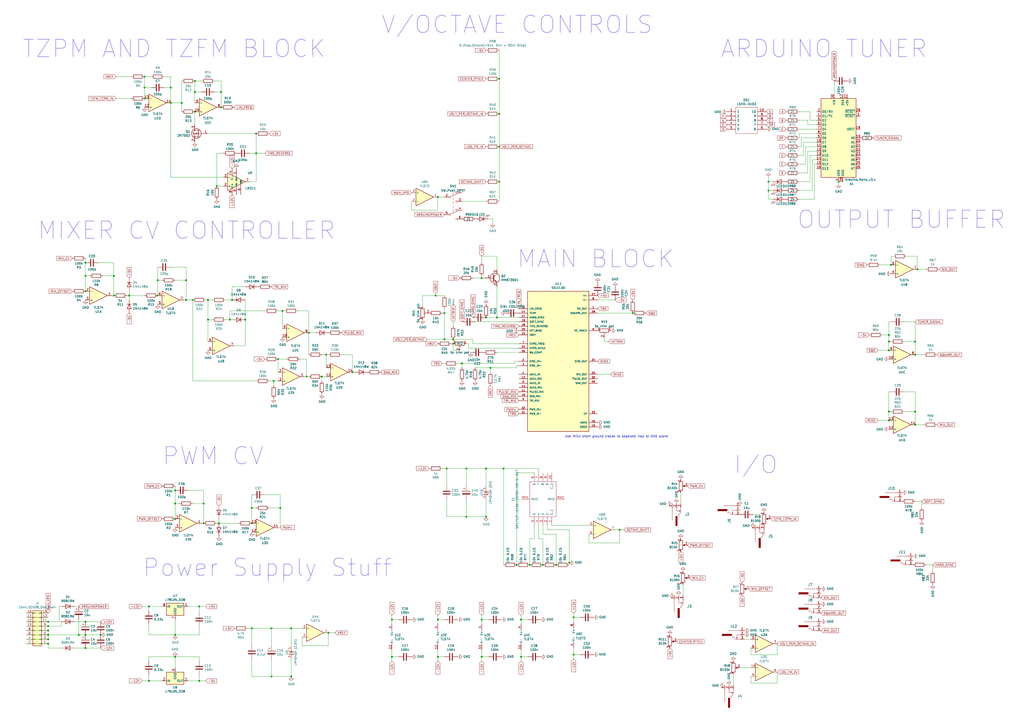
<source format=kicad_sch>
(kicad_sch (version 20230121) (generator eeschema)
  (paper "A2")
  (lib_symbols
    (symbol "Amplifier_Operational:TL072" (pin_names (offset 0.127))
      (property "Reference" "U" (at 0 5.08 0))
      (property "Value" "TL072" (at 0 -5.08 0))
      (symbol "TL072_1_1"
        (pin output line (at 7.62 0 180) (length 2.54) (name "~") (number "1"))
        (pin input line (at -7.62 -2.54 0) (length 2.54) (name "-") (number "2"))
        (pin input line (at -7.62 2.54 0) (length 2.54) (name "+") (number "3"))
      )
      (symbol "TL072_2_1"
        (pin input line (at -7.62 2.54 0) (length 2.54) (name "+") (number "5"))
        (pin input line (at -7.62 -2.54 0) (length 2.54) (name "-") (number "6"))
        (pin output line (at 7.62 0 180) (length 2.54) (name "~") (number "7"))
      )
      (symbol "TL072_3_1"
        (pin power_in line (at -2.54 -7.62 90) (length 3.81) (name "V-") (number "4"))
        (pin power_in line (at -2.54 7.62 270) (length 3.81) (name "V+") (number "8"))
      )
    )
    (symbol "Amplifier_Operational:TL074" (pin_names (offset 0.127))
      (property "Reference" "U" (at 0 5.08 0))
      (property "Value" "TL074" (at 0 -5.08 0))
      (symbol "TL074_1_1"
        (pin output line (at 7.62 0 180) (length 2.54) (name "~") (number "1"))
        (pin input line (at -7.62 -2.54 0) (length 2.54) (name "-") (number "2"))
        (pin input line (at -7.62 2.54 0) (length 2.54) (name "+") (number "3"))
      )
      (symbol "TL074_2_1"
        (pin input line (at -7.62 2.54 0) (length 2.54) (name "+") (number "5"))
        (pin input line (at -7.62 -2.54 0) (length 2.54) (name "-") (number "6"))
        (pin output line (at 7.62 0 180) (length 2.54) (name "~") (number "7"))
      )
      (symbol "TL074_3_1"
        (pin input line (at -7.62 2.54 0) (length 2.54) (name "+") (number "10"))
        (pin output line (at 7.62 0 180) (length 2.54) (name "~") (number "8"))
        (pin input line (at -7.62 -2.54 0) (length 2.54) (name "-") (number "9"))
      )
      (symbol "TL074_4_1"
        (pin input line (at -7.62 2.54 0) (length 2.54) (name "+") (number "12"))
        (pin input line (at -7.62 -2.54 0) (length 2.54) (name "-") (number "13"))
        (pin output line (at 7.62 0 180) (length 2.54) (name "~") (number "14"))
      )
      (symbol "TL074_5_1"
        (pin power_in line (at -2.54 -7.62 90) (length 3.81) (name "V-") (number "11"))
        (pin power_in line (at -2.54 7.62 270) (length 3.81) (name "V+") (number "4"))
      )
    )
    (symbol "Comparator:LM311" (pin_names (offset 0.127))
      (property "Reference" "U" (at 3.81 6.35 0))
      (property "Value" "LM311" (at 3.81 3.81 0))
      (symbol "LM311_1_1"
        (pin passive line (at 0 -7.62 90) (length 5.08) (name "GND") (number "1"))
        (pin input line (at -7.62 2.54 0) (length 2.54) (name "+") (number "2"))
        (pin input line (at -7.62 -2.54 0) (length 2.54) (name "-") (number "3"))
        (pin power_in line (at -2.54 -7.62 90) (length 3.81) (name "V-") (number "4"))
        (pin input line (at 0 7.62 270) (length 5.08) (name "BAL") (number "5"))
        (pin input line (at 2.54 7.62 270) (length 6.35) (name "STRB") (number "6"))
        (pin open_collector line (at 7.62 0 180) (length 2.54) (name "~") (number "7"))
        (pin power_in line (at -2.54 7.62 270) (length 3.81) (name "V+") (number "8"))
      )
    )
    (symbol "Connector:PJ301_THONKICONN" (pin_names (offset 1.016))
      (property "Reference" "J" (at -2.54 4.064 0))
      (symbol "PJ301_THONKICONN_1_0"
        (pin passive line (at -5.08 -2.54 0) (length 2.54) (name "1") (number "1"))
        (pin passive line (at -5.08 0 0) (length 2.54) (name "2") (number "2"))
        (pin passive line (at -5.08 2.54 0) (length 2.54) (name "3") (number "3"))
      )
    )
    (symbol "Connector_Generic:Conn_02x08_Odd_Even" (pin_names (offset 1.016) hide)
      (property "Reference" "J" (at 1.27 10.16 0))
      (property "Value" "Conn_02x08_Odd_Even" (at 1.27 -12.7 0))
      (symbol "Conn_02x08_Odd_Even_1_1"
        (pin passive line (at -5.08 7.62 0) (length 3.81) (name "Pin_1") (number "1"))
        (pin passive line (at 7.62 -2.54 180) (length 3.81) (name "Pin_10") (number "10"))
        (pin passive line (at -5.08 -5.08 0) (length 3.81) (name "Pin_11") (number "11"))
        (pin passive line (at 7.62 -5.08 180) (length 3.81) (name "Pin_12") (number "12"))
        (pin passive line (at -5.08 -7.62 0) (length 3.81) (name "Pin_13") (number "13"))
        (pin passive line (at 7.62 -7.62 180) (length 3.81) (name "Pin_14") (number "14"))
        (pin passive line (at -5.08 -10.16 0) (length 3.81) (name "Pin_15") (number "15"))
        (pin passive line (at 7.62 -10.16 180) (length 3.81) (name "Pin_16") (number "16"))
        (pin passive line (at 7.62 7.62 180) (length 3.81) (name "Pin_2") (number "2"))
        (pin passive line (at -5.08 5.08 0) (length 3.81) (name "Pin_3") (number "3"))
        (pin passive line (at 7.62 5.08 180) (length 3.81) (name "Pin_4") (number "4"))
        (pin passive line (at -5.08 2.54 0) (length 3.81) (name "Pin_5") (number "5"))
        (pin passive line (at 7.62 2.54 180) (length 3.81) (name "Pin_6") (number "6"))
        (pin passive line (at -5.08 0 0) (length 3.81) (name "Pin_7") (number "7"))
        (pin passive line (at 7.62 0 180) (length 3.81) (name "Pin_8") (number "8"))
        (pin passive line (at -5.08 -2.54 0) (length 3.81) (name "Pin_9") (number "9"))
      )
    )
    (symbol "Device:C" (pin_numbers hide) (pin_names (offset 0.254))
      (property "Reference" "C" (at 0.635 2.54 0))
      (property "Value" "C" (at 0.635 -2.54 0))
      (symbol "C_1_1"
        (pin passive line (at 0 3.81 270) (length 2.794) (name "~") (number "1"))
        (pin passive line (at 0 -3.81 90) (length 2.794) (name "~") (number "2"))
      )
    )
    (symbol "Device:CP" (pin_numbers hide) (pin_names (offset 0.254))
      (property "Reference" "C" (at 0.635 2.54 0))
      (property "Value" "Device_CP" (at 0.635 -2.54 0))
      (symbol "CP_1_1"
        (pin passive line (at 0 3.81 270) (length 2.794) (name "~") (number "1"))
        (pin passive line (at 0 -3.81 90) (length 2.794) (name "~") (number "2"))
      )
    )
    (symbol "Device:D" (pin_numbers hide) (pin_names (offset 1.016) hide)
      (property "Reference" "D" (at 0 2.54 0))
      (property "Value" "D" (at 0 -2.54 0))
      (symbol "D_1_1"
        (pin passive line (at -3.81 0 0) (length 2.54) (name "K") (number "1"))
        (pin passive line (at 3.81 0 180) (length 2.54) (name "A") (number "2"))
      )
    )
    (symbol "Device:LED" (pin_numbers hide) (pin_names (offset 1.016) hide)
      (property "Reference" "D" (at 0 2.54 0))
      (property "Value" "LED" (at 0 -2.54 0))
      (symbol "LED_1_1"
        (pin passive line (at -3.81 0 0) (length 2.54) (name "K") (number "1"))
        (pin passive line (at 3.81 0 180) (length 2.54) (name "A") (number "2"))
      )
    )
    (symbol "Device:R" (pin_numbers hide) (pin_names (offset 0))
      (property "Reference" "R" (at 2.032 0 90))
      (property "Value" "R" (at 0 0 90))
      (symbol "R_1_1"
        (pin passive line (at 0 3.81 270) (length 1.27) (name "~") (number "1"))
        (pin passive line (at 0 -3.81 90) (length 1.27) (name "~") (number "2"))
      )
    )
    (symbol "Device:R_POT" (pin_names (offset 1.016) hide)
      (property "Reference" "RV" (at -4.445 0 90))
      (property "Value" "Device_R_POT" (at -2.54 0 90))
      (symbol "R_POT_1_1"
        (pin passive line (at 0 3.81 270) (length 1.27) (name "1") (number "1"))
        (pin passive line (at 3.81 0 180) (length 1.27) (name "2") (number "2"))
        (pin passive line (at 0 -3.81 90) (length 1.27) (name "3") (number "3"))
      )
    )
    (symbol "Device:R_POT_TRIM" (pin_names (offset 1.016) hide)
      (property "Reference" "RV" (at -4.445 0 90))
      (property "Value" "Device_R_POT_TRIM" (at -2.54 0 90))
      (symbol "R_POT_TRIM_1_1"
        (pin passive line (at 0 3.81 270) (length 1.27) (name "1") (number "1"))
        (pin passive line (at 3.81 0 180) (length 1.27) (name "2") (number "2"))
        (pin passive line (at 0 -3.81 90) (length 1.27) (name "3") (number "3"))
      )
    )
    (symbol "Diode:1N4148W" (pin_numbers hide) (pin_names hide)
      (property "Reference" "D" (at 0 2.54 0))
      (property "Value" "1N4148W" (at 0 -2.54 0))
      (symbol "1N4148W_1_1"
        (pin passive line (at -3.81 0 0) (length 2.54) (name "K") (number "1"))
        (pin passive line (at 3.81 0 180) (length 2.54) (name "A") (number "2"))
      )
    )
    (symbol "LSHD-A101:LSHD-A101" (pin_names (offset 0.762))
      (property "Reference" "DS" (at 19.05 7.62 0))
      (property "Value" "LSHD-A101_LSHD-A101" (at 19.05 5.08 0))
      (symbol "LSHD-A101_0_0"
        (pin passive line (at 0 0 0) (length 5.08) (name "1") (number "1"))
        (pin passive line (at 22.86 0 180) (length 5.08) (name "10") (number "10"))
        (pin passive line (at 0 -2.54 0) (length 5.08) (name "2") (number "2"))
        (pin passive line (at 0 -5.08 0) (length 5.08) (name "3") (number "3"))
        (pin passive line (at 0 -7.62 0) (length 5.08) (name "4") (number "4"))
        (pin passive line (at 0 -10.16 0) (length 5.08) (name "5") (number "5"))
        (pin passive line (at 22.86 -10.16 180) (length 5.08) (name "6") (number "6"))
        (pin passive line (at 22.86 -7.62 180) (length 5.08) (name "7") (number "7"))
        (pin passive line (at 22.86 -5.08 180) (length 5.08) (name "8") (number "8"))
        (pin passive line (at 22.86 -2.54 180) (length 5.08) (name "9") (number "9"))
      )
    )
    (symbol "MCU_Module:Arduino_Nano_v3.x"
      (property "Reference" "A" (at -10.16 23.495 0))
      (property "Value" "Arduino_Nano_v3.x" (at 5.08 -24.13 0))
      (symbol "Arduino_Nano_v3.x_1_1"
        (pin bidirectional line (at -12.7 12.7 0) (length 2.54) (name "D1/TX") (number "1"))
        (pin bidirectional line (at -12.7 -2.54 0) (length 2.54) (name "D7") (number "10"))
        (pin bidirectional line (at -12.7 -5.08 0) (length 2.54) (name "D8") (number "11"))
        (pin bidirectional line (at -12.7 -7.62 0) (length 2.54) (name "D9") (number "12"))
        (pin bidirectional line (at -12.7 -10.16 0) (length 2.54) (name "D10") (number "13"))
        (pin bidirectional line (at -12.7 -12.7 0) (length 2.54) (name "D11") (number "14"))
        (pin bidirectional line (at -12.7 -15.24 0) (length 2.54) (name "D12") (number "15"))
        (pin bidirectional line (at -12.7 -17.78 0) (length 2.54) (name "D13") (number "16"))
        (pin power_out line (at 2.54 25.4 270) (length 2.54) (name "3V3") (number "17"))
        (pin input line (at 12.7 5.08 180) (length 2.54) (name "AREF") (number "18"))
        (pin bidirectional line (at 12.7 0 180) (length 2.54) (name "A0") (number "19"))
        (pin bidirectional line (at -12.7 15.24 0) (length 2.54) (name "D0/RX") (number "2"))
        (pin bidirectional line (at 12.7 -2.54 180) (length 2.54) (name "A1") (number "20"))
        (pin bidirectional line (at 12.7 -5.08 180) (length 2.54) (name "A2") (number "21"))
        (pin bidirectional line (at 12.7 -7.62 180) (length 2.54) (name "A3") (number "22"))
        (pin bidirectional line (at 12.7 -10.16 180) (length 2.54) (name "A4") (number "23"))
        (pin bidirectional line (at 12.7 -12.7 180) (length 2.54) (name "A5") (number "24"))
        (pin bidirectional line (at 12.7 -15.24 180) (length 2.54) (name "A6") (number "25"))
        (pin bidirectional line (at 12.7 -17.78 180) (length 2.54) (name "A7") (number "26"))
        (pin power_out line (at 5.08 25.4 270) (length 2.54) (name "+5V") (number "27"))
        (pin input line (at 12.7 15.24 180) (length 2.54) (name "~{RESET}") (number "28"))
        (pin power_in line (at 2.54 -25.4 90) (length 2.54) (name "GND") (number "29"))
        (pin input line (at 12.7 12.7 180) (length 2.54) (name "~{RESET}") (number "3"))
        (pin power_in line (at -2.54 25.4 270) (length 2.54) (name "VIN") (number "30"))
        (pin power_in line (at 0 -25.4 90) (length 2.54) (name "GND") (number "4"))
        (pin bidirectional line (at -12.7 10.16 0) (length 2.54) (name "D2") (number "5"))
        (pin bidirectional line (at -12.7 7.62 0) (length 2.54) (name "D3") (number "6"))
        (pin bidirectional line (at -12.7 5.08 0) (length 2.54) (name "D4") (number "7"))
        (pin bidirectional line (at -12.7 2.54 0) (length 2.54) (name "D5") (number "8"))
        (pin bidirectional line (at -12.7 0 0) (length 2.54) (name "D6") (number "9"))
      )
    )
    (symbol "Reference_Voltage:LM4040DBZ-2.5" (pin_names (offset 0.0254) hide)
      (property "Reference" "U" (at 0 2.54 0))
      (property "Value" "LM4040DBZ-2.5" (at 0 -3.175 0))
      (symbol "LM4040DBZ-2.5_1_1"
        (pin passive line (at 3.81 0 180) (length 2.54) (name "K") (number "1"))
        (pin passive line (at -3.81 0 0) (length 2.54) (name "A") (number "2"))
      )
    )
    (symbol "Regulator_Linear:L78L05_SO8" (pin_names (offset 0.254))
      (property "Reference" "U" (at -3.81 3.175 0))
      (property "Value" "L78L05_SO8" (at 0 3.175 0))
      (symbol "L78L05_SO8_1_1"
        (pin power_out line (at 7.62 0 180) (length 2.54) (name "OUT") (number "1"))
        (pin passive line (at 0 -7.62 90) (length 2.54) hide (name "GND") (number "2"))
        (pin passive line (at 0 -7.62 90) (length 2.54) hide (name "GND") (number "3"))
        (pin no_connect line (at -5.08 -2.54 0) (length 2.54) hide (name "NC") (number "4"))
        (pin no_connect line (at 5.08 -2.54 180) (length 2.54) hide (name "NC") (number "5"))
        (pin passive line (at 0 -7.62 90) (length 2.54) hide (name "GND") (number "6"))
        (pin power_in line (at 0 -7.62 90) (length 2.54) (name "GND") (number "7"))
        (pin power_in line (at -7.62 0 0) (length 2.54) (name "IN") (number "8"))
      )
    )
    (symbol "Regulator_Linear:L79L05_SO8" (pin_names (offset 0.254))
      (property "Reference" "U" (at -3.81 -3.175 0))
      (property "Value" "L79L05_SO8" (at 0 -3.175 0))
      (symbol "L79L05_SO8_1_1"
        (pin power_out line (at 7.62 0 180) (length 2.54) (name "OUT") (number "1"))
        (pin power_in line (at -7.62 0 0) (length 2.54) (name "IN") (number "2"))
        (pin passive line (at -7.62 0 0) (length 2.54) hide (name "IN") (number "3"))
        (pin no_connect line (at 5.08 2.54 180) (length 2.54) hide (name "NC") (number "4"))
        (pin power_in line (at 0 7.62 270) (length 2.54) (name "GND") (number "5"))
        (pin passive line (at -7.62 0 0) (length 2.54) hide (name "IN") (number "6"))
        (pin passive line (at -7.62 0 0) (length 2.54) hide (name "IN") (number "7"))
        (pin no_connect line (at -5.08 2.54 0) (length 2.54) hide (name "NC") (number "8"))
      )
    )
    (symbol "SR1712F-0106-20F0A-N9-N-027:SR1712F-0106-20F0A-N9-N-027" (pin_names (offset 0.762))
      (property "Reference" "S" (at 21.59 15.24 0))
      (property "Value" "SR1712F-0106-20F0A-N9-N-027_SR1712F-0106-20F0A-N9-N-027" (at 21.59 12.7 0))
      (symbol "SR1712F-0106-20F0A-N9-N-027_0_0"
        (pin passive line (at 17.78 -15.24 90) (length 5.08) (name "C_1") (number "1"))
        (pin passive line (at 17.78 15.24 270) (length 5.08) (name "C_2") (number "10"))
        (pin passive line (at 15.24 -15.24 90) (length 5.08) (name "2") (number "2"))
        (pin passive line (at 12.7 -15.24 90) (length 5.08) (name "3") (number "3"))
        (pin passive line (at 10.16 -15.24 90) (length 5.08) (name "4") (number "4"))
        (pin passive line (at 7.62 -15.24 90) (length 5.08) (name "5") (number "5"))
        (pin passive line (at 7.62 15.24 270) (length 5.08) (name "6") (number "6"))
        (pin passive line (at 10.16 15.24 270) (length 5.08) (name "7") (number "7"))
        (pin passive line (at 12.7 15.24 270) (length 5.08) (name "8") (number "8"))
        (pin passive line (at 15.24 15.24 270) (length 5.08) (name "9") (number "9"))
        (pin passive line (at 0 0 0) (length 5.08) (name "MH1") (number "MH1"))
        (pin passive line (at 25.4 0 180) (length 5.08) (name "MH2") (number "MH2"))
      )
    )
    (symbol "SSI2130:SSI2130" (pin_names (offset 1.016))
      (property "Reference" "U" (at -17.78 41.148 0))
      (property "Value" "SSI2130_SSI2130" (at -17.78 -43.18 0))
      (symbol "SSI2130_0_0"
        (pin output line (at 22.86 30.48 180) (length 5.08) (name "TRI_OUT") (number "1"))
        (pin input line (at -22.86 -20.32 0) (length 5.08) (name "SAW_MIX") (number "10"))
        (pin input line (at -22.86 -17.78 0) (length 5.08) (name "PULSE_MIX") (number "11"))
        (pin input line (at -22.86 -10.16 0) (length 5.08) (name "AUX1_MIX") (number "12"))
        (pin input line (at -22.86 -15.24 0) (length 5.08) (name "AUX2_MIX") (number "13"))
        (pin input line (at -22.86 27.94 0) (length 5.08) (name "TCAP") (number "14"))
        (pin power_in line (at 22.86 -38.1 180) (length 5.08) (name "DGND") (number "15"))
        (pin power_in line (at 22.86 -35.56 180) (length 5.08) (name "AGND") (number "16"))
        (pin input line (at -22.86 25.4 0) (length 5.08) (name "HARD_SYNC") (number "17"))
        (pin input line (at -22.86 20.32 0) (length 5.08) (name "TIME_REVERSE") (number "18"))
        (pin input line (at -22.86 22.86 0) (length 5.08) (name "SOFT_SYNC") (number "19"))
        (pin input line (at -22.86 0 0) (length 5.08) (name "SINE_IN+") (number "2"))
        (pin input line (at -22.86 17.78 0) (length 5.08) (name "HFT_BASE") (number "20"))
        (pin input line (at -22.86 30.48 0) (length 5.08) (name "LIN_FREQ") (number "21"))
        (pin input line (at -22.86 7.62 0) (length 5.08) (name "EXPO_SCALE") (number "22"))
        (pin input line (at -22.86 15.24 0) (length 5.08) (name "VREF") (number "23"))
        (pin output line (at 22.86 0 180) (length 5.08) (name "SINE_OUT") (number "24"))
        (pin output line (at 22.86 -7.62 180) (length 5.08) (name "MIX_OUT") (number "25"))
        (pin input line (at -22.86 5.08 0) (length 5.08) (name "BW_COMP") (number "26"))
        (pin power_in line (at 22.86 38.1 180) (length 5.08) (name "V+") (number "27"))
        (pin output line (at 22.86 27.94 180) (length 5.08) (name "SQUARE_OUT") (number "28"))
        (pin output line (at 22.86 -12.7 180) (length 5.08) (name "SAW_OUT") (number "29"))
        (pin input line (at -22.86 -2.54 0) (length 5.08) (name "SINE_IN-") (number "3"))
        (pin output line (at 22.86 -10.16 180) (length 5.08) (name "PULSE_OUT") (number "30"))
        (pin input line (at -22.86 -30.48 0) (length 5.08) (name "PWM_IN-") (number "31"))
        (pin input line (at -22.86 -27.94 0) (length 5.08) (name "PWM_IN+") (number "32"))
        (pin passive line (at 22.86 -30.48 180) (length 5.08) (name "EP") (number "33"))
        (pin input line (at -22.86 -7.62 0) (length 5.08) (name "AUX1_IN") (number "4"))
        (pin input line (at -22.86 -12.7 0) (length 5.08) (name "AUX2_IN") (number "5"))
        (pin output line (at 22.86 17.78 180) (length 5.08) (name "HF_TRACK") (number "6"))
        (pin input line (at -22.86 10.16 0) (length 5.08) (name "EXPO_FREQ") (number "7"))
        (pin power_in line (at 22.86 35.56 180) (length 5.08) (name "V-") (number "8"))
        (pin input line (at -22.86 -22.86 0) (length 5.08) (name "TRI_MIX") (number "9"))
      )
    )
    (symbol "Switch:SW_Push_DPDT" (pin_names (offset 0) hide)
      (property "Reference" "SW" (at 0 8.89 0))
      (property "Value" "SW_Push_DPDT" (at 0 -10.16 0))
      (symbol "SW_Push_DPDT_1_1"
        (pin passive line (at 5.08 7.62 180) (length 2.54) (name "A") (number "1"))
        (pin passive line (at -5.08 5.08 0) (length 2.54) (name "B") (number "2"))
        (pin passive line (at 5.08 2.54 180) (length 2.54) (name "C") (number "3"))
        (pin passive line (at 5.08 -2.54 180) (length 2.54) (name "A") (number "4"))
        (pin passive line (at -5.08 -5.08 0) (length 2.54) (name "B") (number "5"))
        (pin passive line (at 5.08 -7.62 180) (length 2.54) (name "C") (number "6"))
      )
    )
    (symbol "Transistor_BJT:MMBT3904" (pin_names (offset 0) hide)
      (property "Reference" "Q" (at 5.08 1.905 0))
      (property "Value" "MMBT3904" (at 5.08 0 0))
      (symbol "MMBT3904_1_1"
        (pin input line (at -5.08 0 0) (length 5.715) (name "B") (number "1"))
        (pin passive line (at 2.54 -5.08 90) (length 2.54) (name "E") (number "2"))
        (pin passive line (at 2.54 5.08 270) (length 2.54) (name "C") (number "3"))
      )
    )
    (symbol "Transistor_FET:2N7002" (pin_names hide)
      (property "Reference" "Q" (at 5.08 1.905 0))
      (property "Value" "2N7002" (at 5.08 0 0))
      (symbol "2N7002_1_1"
        (pin input line (at -5.08 0 0) (length 2.54) (name "G") (number "1"))
        (pin passive line (at 2.54 -5.08 90) (length 2.54) (name "S") (number "2"))
        (pin passive line (at 2.54 5.08 270) (length 2.54) (name "D") (number "3"))
      )
    )
    (symbol "power:GND" (power) (pin_names (offset 0))
      (property "Value" "GND" (at 0 -3.81 0))
      (symbol "GND_1_1"
        (pin power_in line (at 0 0 270) (length 0) hide (name "GND") (number "1"))
      )
    )
  )
  (junction (at 279.4 359.41))
  (junction (at 49.53 160.02))
  (junction (at 142.24 185.42))
  (junction (at 259.08 271.78))
  (junction (at 148.59 88.9))
  (junction (at 279.4 381))
  (junction (at 134.62 173.99))
  (junction (at 307.34 327.66))
  (junction (at 83.82 44.45))
  (junction (at 157.48 392.43))
  (junction (at 299.72 327.66))
  (junction (at 189.23 205.74))
  (junction (at 281.94 299.72))
  (junction (at 186.69 218.44))
  (junction (at 515.62 203.2))
  (junction (at 445.77 105.41))
  (junction (at 530.86 205.74))
  (junction (at 445.77 110.49))
  (junction (at 120.65 185.42))
  (junction (at 146.05 303.53))
  (junction (at 163.83 180.34))
  (junction (at 252.73 171.45))
  (junction (at 289.56 85.09))
  (junction (at 161.29 208.28))
  (junction (at 162.56 294.64))
  (junction (at 158.75 220.98))
  (junction (at 86.36 351.79))
  (junction (at 91.44 162.56))
  (junction (at 289.56 105.41))
  (junction (at 314.96 327.66))
  (junction (at 113.03 64.77))
  (junction (at 168.91 392.43))
  (junction (at 146.05 294.64))
  (junction (at 532.13 156.21))
  (junction (at 254 114.3))
  (junction (at 27.94 373.38))
  (junction (at 257.81 196.85))
  (junction (at 530.86 198.12))
  (junction (at 281.94 271.78))
  (junction (at 262.89 199.39))
  (junction (at 66.04 160.02))
  (junction (at 58.42 368.3))
  (junction (at 148.59 77.47))
  (junction (at 302.26 359.41))
  (junction (at 107.95 162.56))
  (junction (at 289.56 45.72))
  (junction (at 101.6 292.1))
  (junction (at 127 303.53))
  (junction (at 83.82 57.15))
  (junction (at 113.03 46.99))
  (junction (at 118.11 303.53))
  (junction (at 45.72 368.3))
  (junction (at 332.74 358.14))
  (junction (at 101.6 300.99))
  (junction (at 133.35 185.42))
  (junction (at 515.62 243.84))
  (junction (at 105.41 59.69))
  (junction (at 91.44 171.45))
  (junction (at 49.53 368.3))
  (junction (at 332.74 379.73))
  (junction (at 227.33 381))
  (junction (at 27.94 365.76))
  (junction (at 115.57 394.97))
  (junction (at 66.04 171.45))
  (junction (at 99.06 59.69))
  (junction (at 49.53 360.68))
  (junction (at 530.86 238.76))
  (junction (at 367.03 181.61))
  (junction (at 257.81 181.61))
  (junction (at 49.53 152.4))
  (junction (at 120.65 173.99))
  (junction (at 101.6 368.3))
  (junction (at 179.07 193.04))
  (junction (at 146.05 364.49))
  (junction (at 292.1 271.78))
  (junction (at 270.51 271.78))
  (junction (at 113.03 53.34))
  (junction (at 168.91 364.49))
  (junction (at 74.93 171.45))
  (junction (at 125.73 107.95))
  (junction (at 177.8 218.44))
  (junction (at 262.89 196.85))
  (junction (at 99.06 50.8))
  (junction (at 157.48 364.49))
  (junction (at 118.11 292.1))
  (junction (at 330.2 326.39))
  (junction (at 322.58 327.66))
  (junction (at 281.94 184.15))
  (junction (at 530.86 246.38))
  (junction (at 115.57 351.79))
  (junction (at 270.51 299.72))
  (junction (at 227.33 359.41))
  (junction (at 128.27 62.23))
  (junction (at 254 381))
  (junction (at 289.56 66.04))
  (junction (at 190.5 367.03))
  (junction (at 49.53 168.91))
  (junction (at 515.62 238.76))
  (junction (at 359.41 307.34))
  (junction (at 101.6 381))
  (junction (at 284.48 213.36))
  (junction (at 101.6 284.48))
  (junction (at 27.94 368.3))
  (junction (at 128.27 53.34))
  (junction (at 267.97 210.82))
  (junction (at 279.4 161.29))
  (junction (at 515.62 194.31))
  (junction (at 516.89 153.67))
  (junction (at 204.47 215.9))
  (junction (at 27.94 370.84))
  (junction (at 27.94 363.22))
  (junction (at 288.29 184.15))
  (junction (at 486.41 105.41))
  (junction (at 86.36 394.97))
  (junction (at 111.76 173.99))
  (junction (at 27.94 360.68))
  (junction (at 107.95 173.99))
  (junction (at 254 359.41))
  (junction (at 83.82 50.8))
  (junction (at 302.26 381))
  (junction (at 515.62 198.12))
  (junction (at 49.53 375.92))
  (wire (pts (xy 113.03 46.99) (xy 113.03 53.34)))
  (wire (pts (xy 257.81 196.85) (xy 262.89 196.85)))
  (wire (pts (xy 312.42 274.32) (xy 312.42 271.78)))
  (wire (pts (xy 49.53 368.3) (xy 58.42 368.3)))
  (wire (pts (xy 129.54 102.87) (xy 99.06 102.87)))
  (wire (pts (xy 45.72 351.79) (xy 43.18 351.79)))
  (wire (pts (xy 128.27 53.34) (xy 128.27 46.99)))
  (wire (pts (xy 467.36 85.09) (xy 473.71 85.09)))
  (wire (pts (xy 118.11 303.53) (xy 116.84 303.53)))
  (wire (pts (xy 288.29 166.37) (xy 288.29 184.15)))
  (wire (pts (xy 238.76 116.84) (xy 238.76 121.92)))
  (wire (pts (xy 279.4 161.29) (xy 274.32 161.29)))
  (wire (pts (xy 105.41 64.77) (xy 105.41 59.69)))
  (wire (pts (xy 281.94 271.78) (xy 281.94 281.94)))
  (wire (pts (xy 177.8 208.28) (xy 177.8 218.44)))
  (wire (pts (xy 336.55 379.73) (xy 332.74 379.73)))
  (wire (pts (xy 322.58 309.88) (xy 322.58 327.66)))
  (wire (pts (xy 279.4 148.59) (xy 279.4 152.4)))
  (wire (pts (xy 66.04 160.02) (xy 59.69 160.02)))
  (wire (pts (xy 179.07 193.04) (xy 182.88 193.04)))
  (wire (pts (xy 279.4 161.29) (xy 280.67 161.29)))
  (wire (pts (xy 283.21 127) (xy 285.75 127)))
  (wire (pts (xy 101.6 292.1) (xy 104.14 292.1)))
  (wire (pts (xy 302.26 359.41) (xy 302.26 356.87)))
  (wire (pts (xy 49.53 149.86) (xy 49.53 152.4)))
  (wire (pts (xy 231.14 359.41) (xy 227.33 359.41)))
  (wire (pts (xy 530.86 227.33) (xy 530.86 238.76)))
  (wire (pts (xy 35.56 363.22) (xy 35.56 360.68)))
  (wire (pts (xy 281.94 271.78) (xy 292.1 271.78)))
  (wire (pts (xy 101.6 359.41) (xy 101.6 368.3)))
  (wire (pts (xy 15.24 358.14) (xy 27.94 358.14)))
  (wire (pts (xy 284.48 213.36) (xy 299.72 213.36)))
  (wire (pts (xy 312.42 304.8) (xy 312.42 312.42)))
  (wire (pts (xy 157.48 382.27) (xy 157.48 392.43)))
  (wire (pts (xy 471.17 110.49) (xy 463.55 110.49)))
  (wire (pts (xy 118.11 284.48) (xy 118.11 292.1)))
  (wire (pts (xy 515.62 227.33) (xy 515.62 238.76)))
  (wire (pts (xy 469.9 69.85) (xy 473.71 69.85)))
  (wire (pts (xy 133.35 180.34) (xy 133.35 185.42)))
  (wire (pts (xy 450.85 389.89) (xy 450.85 396.24)))
  (wire (pts (xy 101.6 381) (xy 115.57 381)))
  (wire (pts (xy 15.24 360.68) (xy 27.94 360.68)))
  (wire (pts (xy 259.08 289.56) (xy 259.08 299.72)))
  (wire (pts (xy 101.6 387.35) (xy 101.6 381)))
  (wire (pts (xy 205.74 215.9) (xy 204.47 215.9)))
  (wire (pts (xy 468.63 87.63) (xy 473.71 87.63)))
  (wire (pts (xy 516.89 148.59) (xy 518.16 148.59)))
  (wire (pts (xy 66.04 152.4) (xy 66.04 160.02)))
  (wire (pts (xy 125.73 303.53) (xy 127 303.53)))
  (wire (pts (xy 281.94 299.72) (xy 281.94 289.56)))
  (wire (pts (xy 359.41 314.96) (xy 341.63 314.96)))
  (wire (pts (xy 143.51 364.49) (xy 146.05 364.49)))
  (wire (pts (xy 346.71 181.61) (xy 367.03 181.61)))
  (wire (pts (xy 101.6 284.48) (xy 101.6 292.1)))
  (wire (pts (xy 307.34 312.42) (xy 307.34 327.66)))
  (wire (pts (xy 317.5 307.34) (xy 330.2 307.34)))
  (wire (pts (xy 254 359.41) (xy 254 356.87)))
  (wire (pts (xy 271.78 199.39) (xy 271.78 201.93)))
  (wire (pts (xy 115.57 391.16) (xy 115.57 394.97)))
  (wire (pts (xy 177.8 218.44) (xy 176.53 218.44)))
  (wire (pts (xy 435.61 370.84) (xy 431.8 370.84)))
  (wire (pts (xy 463.55 64.77) (xy 469.9 64.77)))
  (wire (pts (xy 34.29 360.68) (xy 27.94 360.68)))
  (wire (pts (xy 257.81 179.07) (xy 257.81 181.61)))
  (wire (pts (xy 259.08 271.78) (xy 259.08 281.94)))
  (wire (pts (xy 317.5 304.8) (xy 317.5 307.34)))
  (wire (pts (xy 189.23 213.36) (xy 189.23 205.74)))
  (wire (pts (xy 270.51 271.78) (xy 270.51 281.94)))
  (wire (pts (xy 463.55 69.85) (xy 468.63 69.85)))
  (wire (pts (xy 524.51 238.76) (xy 530.86 238.76)))
  (wire (pts (xy 135.89 200.66) (xy 142.24 200.66)))
  (wire (pts (xy 267.97 116.84) (xy 281.94 116.84)))
  (wire (pts (xy 116.84 53.34) (xy 113.03 53.34)))
  (wire (pts (xy 163.83 180.34) (xy 165.1 180.34)))
  (wire (pts (xy 231.14 381) (xy 227.33 381)))
  (wire (pts (xy 115.57 394.97) (xy 109.22 394.97)))
  (wire (pts (xy 332.74 360.68) (xy 332.74 358.14)))
  (wire (pts (xy 275.59 213.36) (xy 284.48 213.36)))
  (wire (pts (xy 300.99 209.55) (xy 298.45 209.55)))
  (wire (pts (xy 524.51 198.12) (xy 530.86 198.12)))
  (wire (pts (xy 535.94 205.74) (xy 530.86 205.74)))
  (wire (pts (xy 267.97 210.82) (xy 265.43 210.82)))
  (wire (pts (xy 257.81 181.61) (xy 257.81 196.85)))
  (wire (pts (xy 885.19 369.57) (xy 885.19 370.84)))
  (wire (pts (xy 86.36 368.3) (xy 86.36 361.95)))
  (wire (pts (xy 425.45 391.16) (xy 425.45 397.51)))
  (wire (pts (xy 153.67 88.9) (xy 148.59 88.9)))
  (wire (pts (xy 125.73 107.95) (xy 125.73 88.9)))
  (wire (pts (xy 262.89 199.39) (xy 261.62 199.39)))
  (wire (pts (xy 450.85 373.38) (xy 450.85 379.73)))
  (wire (pts (xy 134.62 173.99) (xy 134.62 166.37)))
  (wire (pts (xy 448.31 105.41) (xy 445.77 105.41)))
  (wire (pts (xy 279.4 383.54) (xy 279.4 381)))
  (wire (pts (xy 524.51 186.69) (xy 530.86 186.69)))
  (wire (pts (xy 27.94 363.22) (xy 15.24 363.22)))
  (wire (pts (xy 541.02 327.66) (xy 541.02 331.47)))
  (wire (pts (xy 515.62 186.69) (xy 516.89 186.69)))
  (wire (pts (xy 300.99 212.09) (xy 299.72 212.09)))
  (wire (pts (xy 189.23 205.74) (xy 190.5 205.74)))
  (wire (pts (xy 162.56 306.07) (xy 161.29 306.07)))
  (wire (pts (xy 194.31 367.03) (xy 190.5 367.03)))
  (wire (pts (xy 302.26 383.54) (xy 302.26 381)))
  (wire (pts (xy 271.78 199.39) (xy 270.51 199.39)))
  (wire (pts (xy 252.73 171.45) (xy 252.73 170.18)))
  (wire (pts (xy 158.75 220.98) (xy 158.75 223.52)))
  (wire (pts (xy 467.36 95.25) (xy 467.36 85.09)))
  (wire (pts (xy 532.13 156.21) (xy 537.21 156.21)))
  (wire (pts (xy 359.41 307.34) (xy 361.95 307.34)))
  (wire (pts (xy 440.69 304.8) (xy 440.69 298.45)))
  (wire (pts (xy 270.51 289.56) (xy 270.51 299.72)))
  (wire (pts (xy 127 303.53) (xy 138.43 303.53)))
  (wire (pts (xy 175.26 374.65) (xy 190.5 374.65)))
  (wire (pts (xy 153.67 287.02) (xy 162.56 287.02)))
  (wire (pts (xy 120.65 185.42) (xy 120.65 173.99)))
  (wire (pts (xy 300.99 204.47) (xy 288.29 204.47)))
  (wire (pts (xy 350.52 198.12) (xy 350.52 195.58)))
  (wire (pts (xy 488.95 105.41) (xy 486.41 105.41)))
  (wire (pts (xy 115.57 381) (xy 115.57 383.54)))
  (wire (pts (xy 274.32 199.39) (xy 300.99 199.39)))
  (wire (pts (xy 179.07 180.34) (xy 179.07 193.04)))
  (wire (pts (xy 463.55 77.47) (xy 473.71 77.47)))
  (wire (pts (xy 43.18 375.92) (xy 49.53 375.92)))
  (wire (pts (xy 472.44 95.25) (xy 473.71 95.25)))
  (wire (pts (xy 359.41 307.34) (xy 359.41 314.96)))
  (wire (pts (xy 285.75 127) (xy 285.75 129.54)))
  (wire (pts (xy 332.74 358.14) (xy 332.74 355.6)))
  (wire (pts (xy 227.33 383.54) (xy 227.33 381)))
  (wire (pts (xy 466.09 82.55) (xy 473.71 82.55)))
  (wire (pts (xy 469.9 64.77) (xy 469.9 69.85)))
  (wire (pts (xy 330.2 327.66) (xy 330.2 326.39)))
  (wire (pts (xy 270.51 271.78) (xy 281.94 271.78)))
  (wire (pts (xy 257.81 381) (xy 254 381)))
  (wire (pts (xy 142.24 173.99) (xy 142.24 185.42)))
  (wire (pts (xy 440.69 298.45) (xy 436.88 298.45)))
  (wire (pts (xy 516.89 153.67) (xy 516.89 148.59)))
  (wire (pts (xy 86.36 394.97) (xy 82.55 394.97)))
  (wire (pts (xy 262.89 203.2) (xy 262.89 199.39)))
  (wire (pts (xy 464.82 85.09) (xy 464.82 80.01)))
  (wire (pts (xy 86.36 381) (xy 86.36 383.54)))
  (wire (pts (xy 463.55 85.09) (xy 464.82 85.09)))
  (wire (pts (xy 74.93 171.45) (xy 83.82 171.45)))
  (wire (pts (xy 57.15 152.4) (xy 66.04 152.4)))
  (wire (pts (xy 341.63 314.96) (xy 341.63 309.88)))
  (wire (pts (xy 267.97 210.82) (xy 267.97 213.36)))
  (wire (pts (xy 306.07 359.41) (xy 302.26 359.41)))
  (wire (pts (xy 471.17 92.71) (xy 473.71 92.71)))
  (wire (pts (xy 168.91 392.43) (xy 168.91 382.27)))
  (wire (pts (xy 107.95 173.99) (xy 106.68 173.99)))
  (wire (pts (xy 309.88 274.32) (xy 299.72 274.32)))
  (wire (pts (xy 15.24 355.6) (xy 27.94 355.6)))
  (wire (pts (xy 314.96 304.8) (xy 314.96 309.88)))
  (wire (pts (xy 271.78 201.93) (xy 300.99 201.93)))
  (wire (pts (xy 302.26 361.95) (xy 302.26 359.41)))
  (wire (pts (xy 515.62 227.33) (xy 516.89 227.33)))
  (wire (pts (xy 281.94 184.15) (xy 288.29 184.15)))
  (wire (pts (xy 86.36 351.79) (xy 82.55 351.79)))
  (wire (pts (xy 302.26 381) (xy 302.26 377.19)))
  (wire (pts (xy 227.33 359.41) (xy 227.33 356.87)))
  (wire (pts (xy 530.86 238.76) (xy 530.86 246.38)))
  (wire (pts (xy 279.4 359.41) (xy 279.4 356.87)))
  (wire (pts (xy 179.07 193.04) (xy 179.07 205.74)))
  (wire (pts (xy 279.4 361.95) (xy 279.4 359.41)))
  (wire (pts (xy 133.35 185.42) (xy 130.81 185.42)))
  (wire (pts (xy 262.89 196.85) (xy 274.32 196.85)))
  (wire (pts (xy 259.08 299.72) (xy 270.51 299.72)))
  (wire (pts (xy 463.55 80.01) (xy 463.55 77.47)))
  (wire (pts (xy 279.4 160.02) (xy 279.4 161.29)))
  (wire (pts (xy 515.62 194.31) (xy 515.62 186.69)))
  (wire (pts (xy 204.47 205.74) (xy 204.47 215.9)))
  (wire (pts (xy 43.18 360.68) (xy 49.53 360.68)))
  (wire (pts (xy 27.94 363.22) (xy 35.56 363.22)))
  (wire (pts (xy 466.09 90.17) (xy 466.09 82.55)))
  (wire (pts (xy 486.41 105.41) (xy 486.41 106.68)))
  (wire (pts (xy 27.94 370.84) (xy 15.24 370.84)))
  (wire (pts (xy 515.62 198.12) (xy 516.89 198.12)))
  (wire (pts (xy 116.84 46.99) (xy 113.03 46.99)))
  (wire (pts (xy 289.56 105.41) (xy 289.56 85.09)))
  (wire (pts (xy 120.65 198.12) (xy 120.65 185.42)))
  (wire (pts (xy 332.74 379.73) (xy 332.74 375.92)))
  (wire (pts (xy 259.08 271.78) (xy 270.51 271.78)))
  (wire (pts (xy 146.05 364.49) (xy 146.05 374.65)))
  (wire (pts (xy 463.55 95.25) (xy 467.36 95.25)))
  (wire (pts (xy 73.66 171.45) (xy 74.93 171.45)))
  (wire (pts (xy 332.74 382.27) (xy 332.74 379.73)))
  (wire (pts (xy 312.42 312.42) (xy 314.96 312.42)))
  (wire (pts (xy 144.78 105.41) (xy 148.59 105.41)))
  (wire (pts (xy 252.73 171.45) (xy 245.11 171.45)))
  (wire (pts (xy 158.75 220.98) (xy 156.21 220.98)))
  (wire (pts (xy 168.91 364.49) (xy 175.26 364.49)))
  (wire (pts (xy 87.63 50.8) (xy 83.82 50.8)))
  (wire (pts (xy 109.22 284.48) (xy 118.11 284.48)))
  (wire (pts (xy 254 383.54) (xy 254 381)))
  (wire (pts (xy 448.31 115.57) (xy 445.77 115.57)))
  (wire (pts (xy 532.13 148.59) (xy 532.13 156.21)))
  (wire (pts (xy 128.27 62.23) (xy 128.27 53.34)))
  (wire (pts (xy 153.67 180.34) (xy 133.35 180.34)))
  (wire (pts (xy 535.94 246.38) (xy 530.86 246.38)))
  (wire (pts (xy 101.6 381) (xy 86.36 381)))
  (wire (pts (xy 148.59 88.9) (xy 144.78 88.9)))
  (wire (pts (xy 162.56 287.02) (xy 162.56 294.64)))
  (wire (pts (xy 129.54 107.95) (xy 125.73 107.95)))
  (wire (pts (xy 119.38 173.99) (xy 120.65 173.99)))
  (wire (pts (xy 173.99 208.28) (xy 177.8 208.28)))
  (wire (pts (xy 83.82 50.8) (xy 83.82 57.15)))
  (wire (pts (xy 142.24 185.42) (xy 142.24 200.66)))
  (wire (pts (xy 161.29 180.34) (xy 163.83 180.34)))
  (wire (pts (xy 119.38 394.97) (xy 115.57 394.97)))
  (wire (pts (xy 107.95 162.56) (xy 101.6 162.56)))
  (wire (pts (xy 314.96 312.42) (xy 314.96 327.66)))
  (wire (pts (xy 515.62 243.84) (xy 509.27 243.84)))
  (wire (pts (xy 245.11 171.45) (xy 245.11 177.8)))
  (wire (pts (xy 530.86 198.12) (xy 530.86 205.74)))
  (wire (pts (xy 435.61 379.73) (xy 435.61 375.92)))
  (wire (pts (xy 356.87 307.34) (xy 359.41 307.34)))
  (wire (pts (xy 468.63 69.85) (xy 468.63 72.39)))
  (wire (pts (xy 142.24 166.37) (xy 134.62 166.37)))
  (wire (pts (xy 186.69 205.74) (xy 189.23 205.74)))
  (wire (pts (xy 107.95 154.94) (xy 107.95 162.56)))
  (wire (pts (xy 91.44 162.56) (xy 93.98 162.56)))
  (wire (pts (xy 471.17 92.71) (xy 471.17 110.49)))
  (wire (pts (xy 292.1 271.78) (xy 292.1 327.66)))
  (wire (pts (xy 161.29 208.28) (xy 161.29 215.9)))
  (wire (pts (xy 34.29 351.79) (xy 34.29 360.68)))
  (wire (pts (xy 190.5 374.65) (xy 190.5 367.03)))
  (wire (pts (xy 86.36 351.79) (xy 93.98 351.79)))
  (wire (pts (xy 125.73 88.9) (xy 129.54 88.9)))
  (wire (pts (xy 394.97 285.75) (xy 394.97 292.1)))
  (wire (pts (xy 448.31 110.49) (xy 445.77 110.49)))
  (wire (pts (xy 162.56 306.07) (xy 162.56 294.64)))
  (wire (pts (xy 525.78 148.59) (xy 532.13 148.59)))
  (wire (pts (xy 336.55 358.14) (xy 332.74 358.14)))
  (wire (pts (xy 86.36 354.33) (xy 86.36 351.79)))
  (wire (pts (xy 256.54 181.61) (xy 257.81 181.61)))
  (wire (pts (xy 274.32 199.39) (xy 274.32 196.85)))
  (wire (pts (xy 463.55 74.93) (xy 473.71 74.93)))
  (wire (pts (xy 288.29 156.21) (xy 288.29 148.59)))
  (wire (pts (xy 289.56 105.41) (xy 289.56 116.84)))
  (wire (pts (xy 148.59 77.47) (xy 120.65 77.47)))
  (wire (pts (xy 146.05 294.64) (xy 146.05 303.53)))
  (wire (pts (xy 76.2 44.45) (xy 67.31 44.45)))
  (wire (pts (xy 157.48 364.49) (xy 168.91 364.49)))
  (wire (pts (xy 27.94 368.3) (xy 27.94 365.76)))
  (wire (pts (xy 113.03 53.34) (xy 113.03 59.69)))
  (wire (pts (xy 134.62 185.42) (xy 133.35 185.42)))
  (wire (pts (xy 93.98 394.97) (xy 86.36 394.97)))
  (wire (pts (xy 146.05 382.27) (xy 146.05 392.43)))
  (wire (pts (xy 115.57 368.3) (xy 101.6 368.3)))
  (wire (pts (xy 27.94 368.3) (xy 45.72 368.3)))
  (wire (pts (xy 99.06 59.69) (xy 99.06 50.8)))
  (wire (pts (xy 157.48 392.43) (xy 168.91 392.43)))
  (wire (pts (xy 264.16 199.39) (xy 262.89 199.39)))
  (wire (pts (xy 464.82 80.01) (xy 473.71 80.01)))
  (wire (pts (xy 469.9 105.41) (xy 469.9 90.17)))
  (wire (pts (xy 146.05 287.02) (xy 146.05 294.64)))
  (wire (pts (xy 463.55 90.17) (xy 466.09 90.17)))
  (wire (pts (xy 49.53 152.4) (xy 49.53 160.02)))
  (wire (pts (xy 283.21 359.41) (xy 279.4 359.41)))
  (wire (pts (xy 284.48 215.9) (xy 284.48 213.36)))
  (wire (pts (xy 463.55 115.57) (xy 472.44 115.57)))
  (wire (pts (xy 146.05 364.49) (xy 157.48 364.49)))
  (wire (pts (xy 35.56 351.79) (xy 34.29 351.79)))
  (wire (pts (xy 27.94 368.3) (xy 15.24 368.3)))
  (wire (pts (xy 83.82 44.45) (xy 83.82 50.8)))
  (wire (pts (xy 515.62 238.76) (xy 516.89 238.76)))
  (wire (pts (xy 115.57 363.22) (xy 115.57 368.3)))
  (wire (pts (xy 67.31 57.15) (xy 76.2 57.15)))
  (wire (pts (xy 99.06 102.87) (xy 99.06 59.69)))
  (wire (pts (xy 463.55 100.33) (xy 468.63 100.33)))
  (wire (pts (xy 254 361.95) (xy 254 359.41)))
  (wire (pts (xy 469.9 90.17) (xy 473.71 90.17)))
  (wire (pts (xy 450.85 379.73) (xy 435.61 379.73)))
  (wire (pts (xy 515.62 203.2) (xy 515.62 198.12)))
  (wire (pts (xy 172.72 180.34) (xy 179.07 180.34)))
  (wire (pts (xy 468.63 72.39) (xy 473.71 72.39)))
  (wire (pts (xy 534.67 290.83) (xy 534.67 294.64)))
  (wire (pts (xy 49.53 375.92) (xy 58.42 375.92)))
  (wire (pts (xy 101.6 292.1) (xy 101.6 300.99)))
  (wire (pts (xy 279.4 381) (xy 279.4 377.19)))
  (wire (pts (xy 166.37 208.28) (xy 161.29 208.28)))
  (wire (pts (xy 238.76 121.92) (xy 254 121.92)))
  (wire (pts (xy 298.45 209.55) (xy 298.45 210.82)))
  (wire (pts (xy 27.94 373.38) (xy 15.24 373.38)))
  (wire (pts (xy 146.05 294.64) (xy 148.59 294.64)))
  (wire (pts (xy 130.81 173.99) (xy 134.62 173.99)))
  (wire (pts (xy 320.04 304.8) (xy 341.63 304.8)))
  (wire (pts (xy 288.29 184.15) (xy 300.99 184.15)))
  (wire (pts (xy 27.94 365.76) (xy 15.24 365.76)))
  (wire (pts (xy 101.6 281.94) (xy 101.6 284.48)))
  (wire (pts (xy 468.63 100.33) (xy 468.63 87.63)))
  (wire (pts (xy 45.72 359.41) (xy 45.72 368.3)))
  (wire (pts (xy 530.86 186.69) (xy 530.86 198.12)))
  (wire (pts (xy 515.62 203.2) (xy 509.27 203.2)))
  (wire (pts (xy 530.86 290.83) (xy 534.67 290.83)))
  (wire (pts (xy 227.33 381) (xy 227.33 377.19)))
  (wire (pts (xy 435.61 396.24) (xy 435.61 392.43)))
  (wire (pts (xy 524.51 227.33) (xy 530.86 227.33)))
  (wire (pts (xy 516.89 153.67) (xy 510.54 153.67)))
  (wire (pts (xy 123.19 173.99) (xy 120.65 173.99)))
  (wire (pts (xy 515.62 198.12) (xy 515.62 194.31)))
  (wire (pts (xy 128.27 46.99) (xy 124.46 46.99)))
  (wire (pts (xy 101.6 368.3) (xy 86.36 368.3)))
  (wire (pts (xy 99.06 44.45) (xy 95.25 44.45)))
  (wire (pts (xy 346.71 217.17) (xy 354.33 217.17)))
  (wire (pts (xy 74.93 171.45) (xy 74.93 168.91)))
  (wire (pts (xy 168.91 364.49) (xy 168.91 374.65)))
  (wire (pts (xy 289.56 29.21) (xy 289.56 45.72)))
  (wire (pts (xy 227.33 361.95) (xy 227.33 359.41)))
  (wire (pts (xy 257.81 171.45) (xy 252.73 171.45)))
  (wire (pts (xy 27.94 375.92) (xy 27.94 373.38)))
  (wire (pts (xy 118.11 292.1) (xy 111.76 292.1)))
  (wire (pts (xy 262.89 186.69) (xy 262.89 189.23)))
  (wire (pts (xy 27.94 368.3) (xy 27.94 370.84)))
  (wire (pts (xy 306.07 381) (xy 302.26 381)))
  (wire (pts (xy 49.53 360.68) (xy 58.42 360.68)))
  (wire (pts (xy 515.62 243.84) (xy 515.62 238.76)))
  (wire (pts (xy 445.77 105.41) (xy 445.77 102.87)))
  (wire (pts (xy 463.55 105.41) (xy 469.9 105.41)))
  (wire (pts (xy 267.97 210.82) (xy 298.45 210.82)))
  (wire (pts (xy 314.96 309.88) (xy 322.58 309.88)))
  (wire (pts (xy 95.25 50.8) (xy 99.06 50.8)))
  (wire (pts (xy 148.59 88.9) (xy 148.59 77.47)))
  (wire (pts (xy 262.89 203.2) (xy 266.7 203.2)))
  (wire (pts (xy 124.46 53.34) (xy 128.27 53.34)))
  (wire (pts (xy 254 121.92) (xy 254 114.3)))
  (wire (pts (xy 346.71 173.99) (xy 356.87 173.99)))
  (wire (pts (xy 179.07 218.44) (xy 177.8 218.44)))
  (wire (pts (xy 123.19 185.42) (xy 120.65 185.42)))
  (wire (pts (xy 288.29 148.59) (xy 279.4 148.59)))
  (wire (pts (xy 119.38 351.79) (xy 115.57 351.79)))
  (wire (pts (xy 107.95 173.99) (xy 111.76 173.99)))
  (wire (pts (xy 299.72 274.32) (xy 299.72 327.66)))
  (wire (pts (xy 161.29 220.98) (xy 158.75 220.98)))
  (wire (pts (xy 198.12 205.74) (xy 204.47 205.74)))
  (wire (pts (xy 99.06 50.8) (xy 99.06 44.45)))
  (wire (pts (xy 483.87 46.99) (xy 483.87 54.61)))
  (wire (pts (xy 105.41 46.99) (xy 105.41 59.69)))
  (wire (pts (xy 299.72 212.09) (xy 299.72 213.36)))
  (wire (pts (xy 91.44 154.94) (xy 91.44 162.56)))
  (wire (pts (xy 86.36 394.97) (xy 86.36 391.16)))
  (wire (pts (xy 289.56 45.72) (xy 289.56 66.04)))
  (wire (pts (xy 312.42 271.78) (xy 292.1 271.78)))
  (wire (pts (xy 127 303.53) (xy 127 300.99)))
  (wire (pts (xy 515.62 194.31) (xy 511.81 194.31)))
  (wire (pts (xy 118.11 303.53) (xy 118.11 292.1)))
  (wire (pts (xy 109.22 351.79) (xy 115.57 351.79)))
  (wire (pts (xy 113.03 72.39) (xy 113.03 64.77)))
  (wire (pts (xy 148.59 105.41) (xy 148.59 88.9)))
  (wire (pts (xy 445.77 115.57) (xy 445.77 110.49)))
  (wire (pts (xy 883.92 369.57) (xy 885.19 369.57)))
  (wire (pts (xy 309.88 304.8) (xy 309.88 312.42)))
  (wire (pts (xy 66.04 171.45) (xy 64.77 171.45)))
  (wire (pts (xy 35.56 375.92) (xy 27.94 375.92)))
  (wire (pts (xy 49.53 160.02) (xy 49.53 168.91)))
  (wire (pts (xy 445.77 110.49) (xy 445.77 105.41)))
  (wire (pts (xy 450.85 396.24) (xy 435.61 396.24)))
  (wire (pts (xy 257.81 359.41) (xy 254 359.41)))
  (wire (pts (xy 157.48 364.49) (xy 157.48 374.65)))
  (wire (pts (xy 472.44 115.57) (xy 472.44 95.25)))
  (wire (pts (xy 74.93 171.45) (xy 74.93 173.99)))
  (wire (pts (xy 146.05 392.43) (xy 157.48 392.43)))
  (wire (pts (xy 107.95 173.99) (xy 107.95 162.56)))
  (wire (pts (xy 162.56 294.64) (xy 156.21 294.64)))
  (wire (pts (xy 270.51 299.72) (xy 281.94 299.72)))
  (wire (pts (xy 87.63 44.45) (xy 83.82 44.45)))
  (wire (pts (xy 283.21 381) (xy 279.4 381)))
  (wire (pts (xy 330.2 326.39) (xy 330.2 307.34)))
  (wire (pts (xy 148.59 220.98) (xy 111.76 220.98)))
  (wire (pts (xy 353.06 198.12) (xy 350.52 198.12)))
  (wire (pts (xy 309.88 312.42) (xy 307.34 312.42)))
  (wire (pts (xy 49.53 160.02) (xy 52.07 160.02)))
  (wire (pts (xy 189.23 218.44) (xy 186.69 218.44)))
  (wire (pts (xy 537.21 327.66) (xy 541.02 327.66)))
  (wire (pts (xy 289.56 66.04) (xy 289.56 85.09)))
  (wire (pts (xy 254 381) (xy 254 377.19)))
  (wire (pts (xy 45.72 368.3) (xy 49.53 368.3)))
  (wire (pts (xy 396.24 339.09) (xy 396.24 345.44)))
  (wire (pts (xy 256.54 271.78) (xy 259.08 271.78)))
  (wire (pts (xy 186.69 218.44) (xy 186.69 220.98)))
  (wire (pts (xy 254 114.3) (xy 257.81 114.3)))
  (wire (pts (xy 111.76 173.99) (xy 111.76 220.98)))
  (wire (pts (xy 91.44 162.56) (xy 91.44 171.45)))
  (wire (pts (xy 275.59 186.69) (xy 300.99 186.69)))
  (wire (pts (xy 247.65 196.85) (xy 257.81 196.85)))
  (wire (pts (xy 105.41 59.69) (xy 99.06 59.69)))
  (wire (pts (xy 435.61 387.35) (xy 429.26 387.35)))
  (wire (pts (xy 175.26 369.57) (xy 175.26 374.65)))
  (wire (pts (xy 163.83 190.5) (xy 163.83 180.34)))
  (wire (pts (xy 99.06 154.94) (xy 107.95 154.94)))
  (wire (pts (xy 66.04 171.45) (xy 66.04 160.02)))
  (wire (pts (xy 256.54 210.82) (xy 257.81 210.82)))
  (wire (pts (xy 115.57 351.79) (xy 115.57 355.6)))
  (text "MIXER CV CONTROLLER" (at 21.59 139.7 0) (effects (font (size 10.0076 10.0076)) (justify left bottom)))
  (text "OUTPUT BUFFER" (at 462.28 133.35 0) (effects (font (size 10.0076 10.0076)) (justify left bottom)))
  (text "TZPM AND TZFM BLOCK" (at 12.7 34.29 0) (effects (font (size 10.0076 10.0076)) (justify left bottom)))
  (text "PWM CV" (at 93.98 270.51 0) (effects (font (size 10.0076 10.0076)) (justify left bottom)))
  (text "I/O" (at 425.45 275.59 0) (effects (font (size 10.0076 10.0076)) (justify left bottom)))
  (text "MAIN BLOCK" (at 299.72 156.21 0) (effects (font (size 10.0076 10.0076)) (justify left bottom)))
  (text "ARDUINO TUNER" (at 417.83 34.29 0) (effects (font (size 10.0076 10.0076)) (justify left bottom)))
  (text "Power Supply Stuff" (at 82.55 335.28 0) (effects (font (size 10.0076 10.0076)) (justify left bottom)))
  (text "V/OCTAVE CONTROLS" (at 220.98 20.32 0) (effects (font (size 10.0076 10.0076)) (justify left bottom)))
  (text "Use thick short ground traces to separate vias to GND plane" (at 327.66 254 0) (effects (font (size 1.27 1.27)) (justify left bottom)))
  (global_label "-12V" (shape input) (at 332.74 382.27 270) (property "Intersheetrefs" "${INTERSHEET_REFS}" (effects hide)))
  (global_label "+5V" (shape input) (at 135.89 364.49 180) (property "Intersheetrefs" "${INTERSHEET_REFS}" (effects hide)))
  (global_label "MIX_CV" (shape input) (at 400.05 335.28 0) (property "Intersheetrefs" "${INTERSHEET_REFS}" (effects hide)))
  (global_label "VREF" (shape input) (at 252.73 170.18 90) (property "Intersheetrefs" "${INTERSHEET_REFS}" (effects hide)))
  (global_label "-12V" (shape input) (at 302.26 383.54 270) (property "Intersheetrefs" "${INTERSHEET_REFS}" (effects hide)))
  (global_label "VREF" (shape input) (at 194.31 367.03 0) (property "Intersheetrefs" "${INTERSHEET_REFS}" (effects hide)))
  (global_label "C" (shape input) (at 444.5 69.85 0) (property "Intersheetrefs" "${INTERSHEET_REFS}" (effects hide)))
  (global_label "B" (shape input) (at 444.5 67.31 0) (property "Intersheetrefs" "${INTERSHEET_REFS}" (effects hide)))
  (global_label "PULSE_MIX" (shape input) (at 198.12 193.04 0) (property "Intersheetrefs" "${INTERSHEET_REFS}" (effects hide)))
  (global_label "C" (shape input) (at 455.93 74.93 180) (property "Intersheetrefs" "${INTERSHEET_REFS}" (effects hide)))
  (global_label "SQUARE_OUT" (shape input) (at 476.25 355.6 0) (property "Intersheetrefs" "${INTERSHEET_REFS}" (effects hide)))
  (global_label "+5V" (shape input) (at 119.38 351.79 0) (property "Intersheetrefs" "${INTERSHEET_REFS}" (effects hide)))
  (global_label "+12V" (shape input) (at 332.74 355.6 90) (property "Intersheetrefs" "${INTERSHEET_REFS}" (effects hide)))
  (global_label "PWM+" (shape input) (at 300.99 237.49 180) (property "Intersheetrefs" "${INTERSHEET_REFS}" (effects hide)))
  (global_label "+12V" (shape input) (at 58.42 360.68 0) (property "Intersheetrefs" "${INTERSHEET_REFS}" (effects hide)))
  (global_label "A" (shape input) (at 455.93 64.77 180) (property "Intersheetrefs" "${INTERSHEET_REFS}" (effects hide)))
  (global_label "-5V" (shape input) (at 356.87 173.99 0) (property "Intersheetrefs" "${INTERSHEET_REFS}" (effects hide)))
  (global_label "TIME_REVERSE" (shape input) (at 153.67 88.9 0) (property "Intersheetrefs" "${INTERSHEET_REFS}" (effects hide)))
  (global_label "LOG_FM_IN" (shape input) (at 450.85 389.89 0) (property "Intersheetrefs" "${INTERSHEET_REFS}" (effects hide)))
  (global_label "PWM_CV" (shape input) (at 398.78 281.94 0) (property "Intersheetrefs" "${INTERSHEET_REFS}" (effects hide)))
  (global_label "VREF" (shape input) (at 284.48 223.52 270) (property "Intersheetrefs" "${INTERSHEET_REFS}" (effects hide)))
  (global_label "+12V" (shape input) (at 248.92 271.78 180) (property "Intersheetrefs" "${INTERSHEET_REFS}" (effects hide)))
  (global_label "SOFT_SYNC" (shape input) (at 267.97 186.69 90) (property "Intersheetrefs" "${INTERSHEET_REFS}" (effects hide)))
  (global_label "SAW_MIX" (shape input) (at 300.99 229.87 180) (property "Intersheetrefs" "${INTERSHEET_REFS}" (effects hide)))
  (global_label "SIN_OUT" (shape input) (at 544.83 156.21 0) (property "Intersheetrefs" "${INTERSHEET_REFS}" (effects hide)))
  (global_label "TRI_MIX" (shape input) (at 157.48 166.37 0) (property "Intersheetrefs" "${INTERSHEET_REFS}" (effects hide)))
  (global_label "-12V" (shape input) (at 227.33 383.54 270) (property "Intersheetrefs" "${INTERSHEET_REFS}" (effects hide)))
  (global_label "TZFM_TZPM_IN" (shape input) (at 67.31 57.15 180) (property "Intersheetrefs" "${INTERSHEET_REFS}" (effects hide)))
  (global_label "SIN_OUT" (shape input) (at 476.25 346.71 0) (property "Intersheetrefs" "${INTERSHEET_REFS}" (effects hide)))
  (global_label "VOLT_PER_OCTAVE" (shape input) (at 289.56 85.09 0) (property "Intersheetrefs" "${INTERSHEET_REFS}" (effects hide)))
  (global_label "DP" (shape input) (at 444.5 72.39 0) (property "Intersheetrefs" "${INTERSHEET_REFS}" (effects hide)))
  (global_label "ARDUINOPOWER" (shape input) (at 257.81 124.46 180) (property "Intersheetrefs" "${INTERSHEET_REFS}" (effects hide)))
  (global_label "Main_VPO" (shape input) (at 27.94 355.6 90) (property "Intersheetrefs" "${INTERSHEET_REFS}" (effects hide)))
  (global_label "HFTRIM" (shape input) (at 262.89 186.69 90) (property "Intersheetrefs" "${INTERSHEET_REFS}" (effects hide)))
  (global_label "OCTAVE_SHIFT" (shape input) (at 281.94 105.41 180) (property "Intersheetrefs" "${INTERSHEET_REFS}" (effects hide)))
  (global_label "-12V" (shape input) (at 58.42 375.92 0) (property "Intersheetrefs" "${INTERSHEET_REFS}" (effects hide)))
  (global_label "MIX_OUT" (shape input) (at 543.56 246.38 0) (property "Intersheetrefs" "${INTERSHEET_REFS}" (effects hide)))
  (global_label "A" (shape input) (at 444.5 64.77 0) (property "Intersheetrefs" "${INTERSHEET_REFS}" (effects hide)))
  (global_label "HARD_SYNC" (shape input) (at 541.02 327.66 0) (property "Intersheetrefs" "${INTERSHEET_REFS}" (effects hide)))
  (global_label "SOFT_SYNC" (shape input) (at 534.67 290.83 0) (property "Intersheetrefs" "${INTERSHEET_REFS}" (effects hide)))
  (global_label "PWM+" (shape input) (at 162.56 306.07 0) (property "Intersheetrefs" "${INTERSHEET_REFS}" (effects hide)))
  (global_label "SINO" (shape input) (at 502.92 153.67 180) (property "Intersheetrefs" "${INTERSHEET_REFS}" (effects hide)))
  (global_label "TUNER_SIGNAL" (shape input) (at 506.73 80.01 0) (property "Intersheetrefs" "${INTERSHEET_REFS}" (effects hide)))
  (global_label "LIN_FREQ" (shape input) (at 300.99 179.07 90) (property "Intersheetrefs" "${INTERSHEET_REFS}" (effects hide)))
  (global_label "+5V" (shape input) (at 346.71 171.45 0) (property "Intersheetrefs" "${INTERSHEET_REFS}" (effects hide)))
  (global_label "+12V" (shape input) (at 279.4 356.87 90) (property "Intersheetrefs" "${INTERSHEET_REFS}" (effects hide)))
  (global_label "-12V" (shape input) (at 134.62 97.79 90) (property "Intersheetrefs" "${INTERSHEET_REFS}" (effects hide)))
  (global_label "CENTER_PITCH" (shape input) (at 281.94 45.72 180) (property "Intersheetrefs" "${INTERSHEET_REFS}" (effects hide)))
  (global_label "CENTER_PITCH" (shape input) (at 392.43 372.11 0) (property "Intersheetrefs" "${INTERSHEET_REFS}" (effects hide)))
  (global_label "SINO" (shape input) (at 346.71 209.55 0) (property "Intersheetrefs" "${INTERSHEET_REFS}" (effects hide)))
  (global_label "+5V" (shape input) (at 367.03 173.99 90) (property "Intersheetrefs" "${INTERSHEET_REFS}" (effects hide)))
  (global_label "D" (shape input) (at 421.64 74.93 180) (property "Intersheetrefs" "${INTERSHEET_REFS}" (effects hide)))
  (global_label "TUNER_SIGNAL" (shape input) (at 530.86 186.69 0) (property "Intersheetrefs" "${INTERSHEET_REFS}" (effects hide)))
  (global_label "TIME_REVERSE" (shape input) (at 300.99 189.23 180) (property "Intersheetrefs" "${INTERSHEET_REFS}" (effects hide)))
  (global_label "MIXO" (shape input) (at 354.33 217.17 0) (property "Intersheetrefs" "${INTERSHEET_REFS}" (effects hide)))
  (global_label "LIN_FREQ" (shape input) (at 135.89 62.23 0) (property "Intersheetrefs" "${INTERSHEET_REFS}" (effects hide)))
  (global_label "MIXO" (shape input) (at 509.27 243.84 180) (property "Intersheetrefs" "${INTERSHEET_REFS}" (effects hide)))
  (global_label "-5V" (shape input) (at 430.53 337.82 90) (property "Intersheetrefs" "${INTERSHEET_REFS}" (effects hide)))
  (global_label "MIX_CV" (shape input) (at 41.91 149.86 180) (property "Intersheetrefs" "${INTERSHEET_REFS}" (effects hide)))
  (global_label "D" (shape input) (at 455.93 100.33 180) (property "Intersheetrefs" "${INTERSHEET_REFS}" (effects hide)))
  (global_label "+12V" (shape input) (at 82.55 351.79 180) (property "Intersheetrefs" "${INTERSHEET_REFS}" (effects hide)))
  (global_label "SQO" (shape input) (at 509.27 203.2 180) (property "Intersheetrefs" "${INTERSHEET_REFS}" (effects hide)))
  (global_label "-5V" (shape input) (at 119.38 394.97 0) (property "Intersheetrefs" "${INTERSHEET_REFS}" (effects hide)))
  (global_label "F" (shape input) (at 421.64 67.31 180) (property "Intersheetrefs" "${INTERSHEET_REFS}" (effects hide)))
  (global_label "-5V" (shape input) (at 153.67 208.28 180) (property "Intersheetrefs" "${INTERSHEET_REFS}" (effects hide)))
  (global_label "+5V" (shape input) (at 394.97 320.04 270) (property "Intersheetrefs" "${INTERSHEET_REFS}" (effects hide)))
  (global_label "+5V" (shape input) (at 430.53 345.44 270) (property "Intersheetrefs" "${INTERSHEET_REFS}" (effects hide)))
  (global_label "B" (shape input) (at 455.93 69.85 180) (property "Intersheetrefs" "${INTERSHEET_REFS}" (effects hide)))
  (global_label "E" (shape input) (at 421.64 72.39 180) (property "Intersheetrefs" "${INTERSHEET_REFS}" (effects hide)))
  (global_label "HFTRIM" (shape input) (at 353.06 198.12 0) (property "Intersheetrefs" "${INTERSHEET_REFS}" (effects hide)))
  (global_label "PWM_OFFSET" (shape input) (at 398.78 316.23 0) (property "Intersheetrefs" "${INTERSHEET_REFS}" (effects hide)))
  (global_label "TRO" (shape input) (at 300.99 240.03 180) (property "Intersheetrefs" "${INTERSHEET_REFS}" (effects hide)))
  (global_label "+12V" (shape input) (at 254 356.87 90) (property "Intersheetrefs" "${INTERSHEET_REFS}" (effects hide)))
  (global_label "SAW_MIX" (shape input) (at 220.98 215.9 0) (property "Intersheetrefs" "${INTERSHEET_REFS}" (effects hide)))
  (global_label "TRI_MIX" (shape input) (at 300.99 232.41 180) (property "Intersheetrefs" "${INTERSHEET_REFS}" (effects hide)))
  (global_label "G" (shape input) (at 455.93 90.17 180) (property "Intersheetrefs" "${INTERSHEET_REFS}" (effects hide)))
  (global_label "PWM_CV" (shape input) (at 93.98 281.94 180) (property "Intersheetrefs" "${INTERSHEET_REFS}" (effects hide)))
  (global_label "VREF" (shape input) (at 254 199.39 180) (property "Intersheetrefs" "${INTERSHEET_REFS}" (effects hide)))
  (global_label "+12V" (shape input) (at 302.26 356.87 90) (property "Intersheetrefs" "${INTERSHEET_REFS}" (effects hide)))
  (global_label "SQO" (shape input) (at 374.65 181.61 0) (property "Intersheetrefs" "${INTERSHEET_REFS}" (effects hide)))
  (global_label "TRO" (shape input) (at 346.71 179.07 0) (property "Intersheetrefs" "${INTERSHEET_REFS}" (effects hide)))
  (global_label "+5V" (shape input) (at 156.21 77.47 0) (property "Intersheetrefs" "${INTERSHEET_REFS}" (effects hide)))
  (global_label "VOLT_PER_OCTAVE" (shape input) (at 247.65 196.85 180) (property "Intersheetrefs" "${INTERSHEET_REFS}" (effects hide)))
  (global_label "MIX_OFFSET" (shape input) (at 41.91 168.91 180) (property "Intersheetrefs" "${INTERSHEET_REFS}" (effects hide)))
  (global_label "VREF" (shape input) (at 300.99 194.31 180) (property "Intersheetrefs" "${INTERSHEET_REFS}" (effects hide)))
  (global_label "-12V" (shape input) (at 279.4 383.54 270) (property "Intersheetrefs" "${INTERSHEET_REFS}" (effects hide)))
  (global_label "G" (shape input) (at 421.64 69.85 180) (property "Intersheetrefs" "${INTERSHEET_REFS}" (effects hide)))
  (global_label "VOLT_PER_OCTAVE_IN" (shape input) (at 281.94 66.04 180) (property "Intersheetrefs" "${INTERSHEET_REFS}" (effects hide)))
  (global_label "F" (shape input) (at 455.93 85.09 180) (property "Intersheetrefs" "${INTERSHEET_REFS}" (effects hide)))
  (global_label "-5V" (shape input) (at 127 293.37 90) (property "Intersheetrefs" "${INTERSHEET_REFS}" (effects hide)))
  (global_label "-12V" (shape input) (at 82.55 394.97 180) (property "Intersheetrefs" "${INTERSHEET_REFS}" (effects hide)))
  (global_label "OCTAVE_SHIFT" (shape input) (at 361.95 307.34 0) (property "Intersheetrefs" "${INTERSHEET_REFS}" (effects hide)))
  (global_label "+12V" (shape input) (at 227.33 356.87 90) (property "Intersheetrefs" "${INTERSHEET_REFS}" (effects hide)))
  (global_label "SQUARE_OUT" (shape input) (at 543.56 205.74 0) (property "Intersheetrefs" "${INTERSHEET_REFS}" (effects hide)))
  (global_label "DP" (shape input) (at 455.93 80.01 180) (property "Intersheetrefs" "${INTERSHEET_REFS}" (effects hide)))
  (global_label "VOLT_PER_OCTAVE_IN" (shape input) (at 450.85 373.38 0) (property "Intersheetrefs" "${INTERSHEET_REFS}" (effects hide)))
  (global_label "+5V" (shape input) (at 279.4 148.59 90) (property "Intersheetrefs" "${INTERSHEET_REFS}" (effects hide)))
  (global_label "-5V" (shape input) (at 266.7 161.29 180) (property "Intersheetrefs" "${INTERSHEET_REFS}" (effects hide)))
  (global_label "ARDUINOPOWER" (shape input) (at 45.72 351.79 0) (property "Intersheetrefs" "${INTERSHEET_REFS}" (effects hide)))
  (global_label "PULSE_MIX" (shape input) (at 300.99 227.33 180) (property "Intersheetrefs" "${INTERSHEET_REFS}" (effects hide)))
  (global_label "+5V" (shape input) (at 388.62 375.92 270) (property "Intersheetrefs" "${INTERSHEET_REFS}" (effects hide)))
  (global_label "TRO" (shape input) (at 256.54 210.82 180) (property "Intersheetrefs" "${INTERSHEET_REFS}" (effects hide)))
  (global_label "-12V" (shape input) (at 254 383.54 270) (property "Intersheetrefs" "${INTERSHEET_REFS}" (effects hide)))
  (global_label "VREF" (shape input) (at 67.31 44.45 180) (property "Intersheetrefs" "${INTERSHEET_REFS}" (effects hide)))
  (global_label "-5V" (shape input) (at 504.19 194.31 180) (property "Intersheetrefs" "${INTERSHEET_REFS}" (effects hide)))
  (global_label "MIX_OUT" (shape input) (at 476.25 365.76 0) (property "Intersheetrefs" "${INTERSHEET_REFS}" (effects hide)))
  (global_label "-5V" (shape input) (at 281.94 29.21 180) (property "Intersheetrefs" "${INTERSHEET_REFS}" (effects hide)))
  (global_label "ARDUINOPOWER" (shape input) (at 483.87 46.99 90) (property "Intersheetrefs" "${INTERSHEET_REFS}" (effects hide)))
  (global_label "MIX_OFFSET" (shape input) (at 434.34 341.63 0) (property "Intersheetrefs" "${INTERSHEET_REFS}" (effects hide)))
  (global_label "Main_VPO" (shape input) (at 238.76 111.76 180) (property "Intersheetrefs" "${INTERSHEET_REFS}" (effects hide)))
  (global_label "PWM_OFFSET" (shape input) (at 93.98 300.99 180) (property "Intersheetrefs" "${INTERSHEET_REFS}" (effects hide)))
  (global_label "-5V" (shape input) (at 74.93 181.61 270) (property "Intersheetrefs" "${INTERSHEET_REFS}" (effects hide)))
  (global_label "+5V" (shape input) (at 74.93 161.29 90) (property "Intersheetrefs" "${INTERSHEET_REFS}" (effects hide)))
  (global_label "+12V" (shape input) (at 134.62 113.03 270) (property "Intersheetrefs" "${INTERSHEET_REFS}" (effects hide)))
  (global_label "HARD_SYNC" (shape input) (at 274.32 184.15 90) (property "Intersheetrefs" "${INTERSHEET_REFS}" (effects hide)))
  (global_label "LOG_FM_IN" (shape input) (at 281.94 85.09 180) (property "Intersheetrefs" "${INTERSHEET_REFS}" (effects hide)))
  (global_label "E" (shape input) (at 455.93 95.25 180) (property "Intersheetrefs" "${INTERSHEET_REFS}" (effects hide)))
  (global_label "TZFM_TZPM_IN" (shape input) (at 447.04 300.99 0) (property "Intersheetrefs" "${INTERSHEET_REFS}" (effects hide)))
  (symbol (lib_id "Amplifier_Operational:TL074") (at 229.87 369.57 0) (unit 5)
    (property "Reference" "U1" (at 228.8032 368.4016 0) (effects (justify left)))
    (property "Value" "TL074" (at 228.8032 370.713 0) (effects (justify left)))
    (property "Footprint" "Package_SO:SOIC-14_3.9x8.7mm_P1.27mm" (effects hide))
    (property "Datasheet" "http://www.ti.com/lit/ds/symlink/tl071.pdf" (effects hide))
  )
  (symbol (lib_id "power:GND") (at 58.42 368.3 90) (unit 1)
    (property "Reference" "#PWR0104" (effects hide))
    (property "Value" "GND" (at 61.6712 368.173 90) (effects (justify right)))
  )
  (symbol (lib_id "Device:CP") (at 49.53 364.49 0) (unit 1)
    (property "Reference" "C3" (at 52.5272 363.3216 0) (effects (justify left)))
    (property "Value" "10u" (at 52.5272 365.633 0) (effects (justify left)))
    (property "Footprint" "Capacitor_SMD:CP_Elec_4x5.3" (effects hide))
  )
  (symbol (lib_id "Device:CP") (at 49.53 372.11 0) (unit 1)
    (property "Reference" "C4" (at 52.5272 370.9416 0) (effects (justify left)))
    (property "Value" "10u" (at 52.5272 373.253 0) (effects (justify left)))
    (property "Footprint" "Capacitor_SMD:CP_Elec_4x5.3" (effects hide))
  )
  (symbol (lib_id "Device:D") (at 39.37 360.68 180) (unit 1)
    (property "Reference" "D2" (at 39.37 355.1682 0))
    (property "Value" "B5819W" (at 39.37 357.4796 0))
    (property "Footprint" "Diode_SMD:D_SOD-123" (effects hide))
  )
  (symbol (lib_id "Device:D") (at 39.37 375.92 0) (unit 1)
    (property "Reference" "D3" (at 39.37 370.4082 0))
    (property "Value" "B5819W" (at 39.37 372.7196 0))
    (property "Footprint" "Diode_SMD:D_SOD-123" (effects hide))
  )
  (symbol (lib_id "Regulator_Linear:L78L05_SO8") (at 101.6 351.79 0) (unit 1)
    (property "Reference" "U7" (at 101.6 345.6432 0))
    (property "Value" "L78L05_SO8" (at 101.6 347.9546 0))
    (property "Footprint" "Package_SO:SOIC-8_3.9x4.9mm_P1.27mm" (effects hide))
    (property "Datasheet" "http://www.st.com/content/ccc/resource/technical/document/datasheet/15/55/e5/aa/23/5b/43/fd/CD00000446.pdf/files/CD00000446.pdf/jcr:content/translations/en.CD00000446.pdf" (effects hide))
  )
  (symbol (lib_id "power:GND") (at 101.6 368.3 0) (unit 1)
    (property "Reference" "#PWR0103" (effects hide))
    (property "Value" "GND" (at 101.727 372.6942 0))
  )
  (symbol (lib_id "Device:C") (at 86.36 358.14 0) (unit 1)
    (property "Reference" "C8" (at 89.281 356.9716 0) (effects (justify left)))
    (property "Value" "0.33u" (at 89.281 359.283 0) (effects (justify left)))
    (property "Footprint" "Capacitor_SMD:C_0603_1608Metric" (effects hide))
  )
  (symbol (lib_id "Device:C") (at 115.57 359.41 0) (unit 1)
    (property "Reference" "C12" (at 118.491 358.2416 0) (effects (justify left)))
    (property "Value" "100n" (at 118.491 360.553 0) (effects (justify left)))
    (property "Footprint" "Capacitor_SMD:C_0603_1608Metric" (effects hide))
  )
  (symbol (lib_id "Device:C") (at 234.95 359.41 270) (unit 1)
    (property "Reference" "C16" (at 234.95 353.0092 90))
    (property "Value" "100n" (at 234.95 355.3206 90))
    (property "Footprint" "Capacitor_SMD:C_0603_1608Metric" (effects hide))
  )
  (symbol (lib_id "Device:C") (at 234.95 381 270) (unit 1)
    (property "Reference" "C17" (at 234.95 374.5992 90))
    (property "Value" "100n" (at 234.95 376.9106 90))
    (property "Footprint" "Capacitor_SMD:C_0603_1608Metric" (effects hide))
  )
  (symbol (lib_id "power:GND") (at 238.76 359.41 90) (unit 1)
    (property "Reference" "#PWR0102" (effects hide))
    (property "Value" "GND" (at 242.0112 359.283 90) (effects (justify right)))
  )
  (symbol (lib_id "power:GND") (at 238.76 381 90) (unit 1)
    (property "Reference" "#PWR0101" (effects hide))
    (property "Value" "GND" (at 242.0112 380.873 90) (effects (justify right)))
  )
  (symbol (lib_id "SSI2130:SSI2130") (at 323.85 209.55 0) (unit 1)
    (property "Reference" "U11" (at 323.85 164.6682 0))
    (property "Value" "SSI2130" (at 323.85 166.9796 0))
    (property "Footprint" "Package_DFN_QFN:QFN-32-1EP_4x4mm_P0.4mm_EP2.9x2.9mm" (effects hide))
    (property "STANDARD" "IPC 7351B" (effects hide))
    (property "PARTREV" "Rev. 2.4" (effects hide))
    (property "MANUFACTURER" "Sound Semicondutor" (effects hide))
    (property "MAXIMUM_PACKAGE_HEIGHT" "0.9mm" (effects hide))
  )
  (symbol (lib_id "Regulator_Linear:L79L05_SO8") (at 101.6 394.97 0) (unit 1)
    (property "Reference" "U8" (at 101.6 398.7546 0))
    (property "Value" "L79L05_SO8" (at 101.6 401.066 0))
    (property "Footprint" "Package_SO:SOIC-8_3.9x4.9mm_P1.27mm" (effects hide))
    (property "Datasheet" "http://www.farnell.com/datasheets/1827870.pdf" (effects hide))
  )
  (symbol (lib_id "power:GND") (at 346.71 245.11 90) (unit 1)
    (property "Reference" "#PWR0106" (effects hide))
    (property "Value" "GND" (at 349.9612 244.983 90) (effects (justify right)))
  )
  (symbol (lib_id "power:GND") (at 346.71 247.65 90) (unit 1)
    (property "Reference" "#PWR0107" (effects hide))
    (property "Value" "GND" (at 349.9612 247.523 90) (effects (justify right)))
  )
  (symbol (lib_id "Device:C") (at 86.36 387.35 0) (unit 1)
    (property "Reference" "C9" (at 89.281 386.1816 0) (effects (justify left)))
    (property "Value" "0.33u" (at 89.281 388.493 0) (effects (justify left)))
    (property "Footprint" "Capacitor_SMD:C_0603_1608Metric" (effects hide))
  )
  (symbol (lib_id "Device:C") (at 115.57 387.35 0) (unit 1)
    (property "Reference" "C13" (at 118.491 386.1816 0) (effects (justify left)))
    (property "Value" "100n" (at 118.491 388.493 0) (effects (justify left)))
    (property "Footprint" "Capacitor_SMD:C_0603_1608Metric" (effects hide))
  )
  (symbol (lib_id "Device:C") (at 346.71 167.64 180) (unit 1)
    (property "Reference" "C31" (at 353.1108 167.64 90))
    (property "Value" "100n" (at 350.7994 167.64 90))
    (property "Footprint" "Capacitor_SMD:C_0603_1608Metric" (effects hide))
  )
  (symbol (lib_id "Device:C") (at 356.87 170.18 180) (unit 1)
    (property "Reference" "C34" (at 363.2708 170.18 90))
    (property "Value" "100n" (at 360.9594 170.18 90))
    (property "Footprint" "Capacitor_SMD:C_0603_1608Metric" (effects hide))
  )
  (symbol (lib_id "power:GND") (at 346.71 163.83 180) (unit 1)
    (property "Reference" "#PWR0108" (effects hide))
    (property "Value" "GND" (at 346.583 159.4358 0))
  )
  (symbol (lib_id "power:GND") (at 356.87 166.37 180) (unit 1)
    (property "Reference" "#PWR0109" (effects hide))
    (property "Value" "GND" (at 356.743 161.9758 0))
  )
  (symbol (lib_id "Device:R") (at 267.97 217.17 180) (unit 1)
    (property "Reference" "R48" (at 273.2278 217.17 90))
    (property "Value" "4.75k" (at 270.9164 217.17 90))
    (property "Footprint" "Resistor_SMD:R_0603_1608Metric" (effects hide))
  )
  (symbol (lib_id "Device:R") (at 275.59 217.17 180) (unit 1)
    (property "Reference" "R52" (at 280.8478 217.17 90))
    (property "Value" "4.75k" (at 278.5364 217.17 90))
    (property "Footprint" "Resistor_SMD:R_0603_1608Metric" (effects hide))
  )
  (symbol (lib_id "power:GND") (at 275.59 220.98 0) (unit 1)
    (property "Reference" "#PWR0110" (effects hide))
    (property "Value" "GND" (at 275.717 225.3742 0))
  )
  (symbol (lib_id "power:GND") (at 267.97 220.98 0) (unit 1)
    (property "Reference" "#PWR0122" (effects hide))
    (property "Value" "GND" (at 268.097 225.3742 0))
  )
  (symbol (lib_id "Device:R") (at 370.84 181.61 90) (unit 1)
    (property "Reference" "R56" (at 370.84 186.8678 90))
    (property "Value" "20k" (at 370.84 184.5564 90))
    (property "Footprint" "Resistor_SMD:R_0603_1608Metric" (effects hide))
  )
  (symbol (lib_id "Device:R") (at 367.03 177.8 0) (unit 1)
    (property "Reference" "R55" (at 361.7722 177.8 90))
    (property "Value" "20k" (at 364.0836 177.8 90))
    (property "Footprint" "Resistor_SMD:R_0603_1608Metric" (effects hide))
  )
  (symbol (lib_id "Device:R") (at 541.02 156.21 270) (unit 1)
    (property "Reference" "R67" (at 541.02 150.9522 90))
    (property "Value" "1k" (at 541.02 153.2636 90))
    (property "Footprint" "Resistor_SMD:R_0603_1608Metric" (effects hide))
  )
  (symbol (lib_id "power:GND") (at 516.89 158.75 270) (unit 1)
    (property "Reference" "#PWR0112" (effects hide))
    (property "Value" "GND" (at 513.6388 158.877 90) (effects (justify right)))
  )
  (symbol (lib_id "Device:R") (at 506.73 153.67 270) (unit 1)
    (property "Reference" "R59" (at 506.73 148.4122 90))
    (property "Value" "5.1k" (at 506.73 150.7236 90))
    (property "Footprint" "Resistor_SMD:R_0603_1608Metric" (effects hide))
  )
  (symbol (lib_id "Device:R") (at 521.97 148.59 270) (unit 1)
    (property "Reference" "R64" (at 521.97 143.3322 90))
    (property "Value" "10k" (at 521.97 145.6436 90))
    (property "Footprint" "Resistor_SMD:R_0603_1608Metric" (effects hide))
  )
  (symbol (lib_id "power:GND") (at 265.43 381 90) (unit 1)
    (property "Reference" "#PWR0113" (effects hide))
    (property "Value" "GND" (at 268.6812 380.873 90) (effects (justify right)))
  )
  (symbol (lib_id "power:GND") (at 265.43 359.41 90) (unit 1)
    (property "Reference" "#PWR0114" (effects hide))
    (property "Value" "GND" (at 268.6812 359.283 90) (effects (justify right)))
  )
  (symbol (lib_id "Device:C") (at 261.62 381 270) (unit 1)
    (property "Reference" "C19" (at 261.62 374.5992 90))
    (property "Value" "100n" (at 261.62 376.9106 90))
    (property "Footprint" "Capacitor_SMD:C_0603_1608Metric" (effects hide))
  )
  (symbol (lib_id "Device:C") (at 261.62 359.41 270) (unit 1)
    (property "Reference" "C18" (at 261.62 353.0092 90))
    (property "Value" "100n" (at 261.62 355.3206 90))
    (property "Footprint" "Capacitor_SMD:C_0603_1608Metric" (effects hide))
  )
  (symbol (lib_id "Amplifier_Operational:TL074") (at 256.54 369.57 0) (unit 5)
    (property "Reference" "U2" (at 255.4732 368.4016 0) (effects (justify left)))
    (property "Value" "TL074" (at 255.4732 370.713 0) (effects (justify left)))
    (property "Footprint" "Package_SO:SOIC-14_3.9x8.7mm_P1.27mm" (effects hide))
    (property "Datasheet" "http://www.ti.com/lit/ds/symlink/tl071.pdf" (effects hide))
  )
  (symbol (lib_id "power:GND") (at 290.83 381 90) (unit 1)
    (property "Reference" "#PWR0115" (effects hide))
    (property "Value" "GND" (at 294.0812 380.873 90) (effects (justify right)))
  )
  (symbol (lib_id "power:GND") (at 290.83 359.41 90) (unit 1)
    (property "Reference" "#PWR0116" (effects hide))
    (property "Value" "GND" (at 294.0812 359.283 90) (effects (justify right)))
  )
  (symbol (lib_id "Device:C") (at 287.02 381 270) (unit 1)
    (property "Reference" "C25" (at 287.02 374.5992 90))
    (property "Value" "100n" (at 287.02 376.9106 90))
    (property "Footprint" "Capacitor_SMD:C_0603_1608Metric" (effects hide))
  )
  (symbol (lib_id "Device:C") (at 287.02 359.41 270) (unit 1)
    (property "Reference" "C24" (at 287.02 353.0092 90))
    (property "Value" "100n" (at 287.02 355.3206 90))
    (property "Footprint" "Capacitor_SMD:C_0603_1608Metric" (effects hide))
  )
  (symbol (lib_id "Amplifier_Operational:TL074") (at 281.94 369.57 0) (unit 5)
    (property "Reference" "U3" (at 280.8732 368.4016 0) (effects (justify left)))
    (property "Value" "TL074" (at 280.8732 370.713 0) (effects (justify left)))
    (property "Footprint" "Package_SO:SOIC-14_3.9x8.7mm_P1.27mm" (effects hide))
    (property "Datasheet" "http://www.ti.com/lit/ds/symlink/tl071.pdf" (effects hide))
  )
  (symbol (lib_id "Device:R") (at 257.81 199.39 90) (unit 1)
    (property "Reference" "R45" (at 257.81 204.6478 90))
    (property "Value" "22k" (at 257.81 202.3364 90))
    (property "Footprint" "Resistor_SMD:R_0603_1608Metric" (effects hide))
  )
  (symbol (lib_id "Device:R_POT_TRIM") (at 266.7 199.39 270) (unit 1)
    (property "Reference" "RV2" (at 266.7 199.39 90))
    (property "Value" "5k trim pot" (at 266.7 204.47 90))
    (property "Footprint" "Potentiometer_THT:Potentiometer_Bourns_3296W_Vertical" (effects hide))
  )
  (symbol (lib_id "power:GND") (at 354.33 191.77 90) (unit 1)
    (property "Reference" "#PWR0117" (effects hide))
    (property "Value" "GND" (at 357.5812 191.643 90) (effects (justify right)))
  )
  (symbol (lib_id "Device:R") (at 262.89 193.04 180) (unit 1)
    (property "Reference" "R53" (at 268.1478 193.04 90))
    (property "Value" "267k" (at 265.8364 193.04 90))
    (property "Footprint" "Resistor_SMD:R_0603_1608Metric" (effects hide))
  )
  (symbol (lib_id "power:GND") (at 300.99 191.77 270) (unit 1)
    (property "Reference" "#PWR0118" (effects hide))
    (property "Value" "GND" (at 297.7388 191.897 90) (effects (justify right)))
  )
  (symbol (lib_id "Device:R") (at 285.75 66.04 270) (unit 1)
    (property "Reference" "R40" (at 285.75 60.7822 90))
    (property "Value" "51K" (at 285.75 63.0936 90))
    (property "Footprint" "Resistor_SMD:R_0603_1608Metric" (effects hide))
  )
  (symbol (lib_id "Device:C") (at 297.18 181.61 270) (unit 1)
    (property "Reference" "C26" (at 297.18 175.2092 90))
    (property "Value" "3.9n COG/NPO" (at 297.18 177.8 90))
    (property "Footprint" "Capacitor_SMD:C_0603_1608Metric" (effects hide))
  )
  (symbol (lib_id "power:GND") (at 293.37 181.61 270) (unit 1)
    (property "Reference" "#PWR0119" (effects hide))
    (property "Value" "GND" (at 295.91 180.34 90) (effects (justify right)))
  )
  (symbol (lib_id "Reference_Voltage:LM4040DBZ-2.5") (at 168.91 378.46 90) (unit 1)
    (property "Reference" "U5" (at 166.37 378.46 0))
    (property "Value" "LM4040A (2.5V)" (at 171.45 378.46 0))
    (property "Footprint" "Package_TO_SOT_SMD:SOT-23" (effects hide))
    (property "Datasheet" "http://www.ti.com/lit/ds/symlink/lm4040-n.pdf" (effects hide))
  )
  (symbol (lib_id "Device:R") (at 139.7 364.49 90) (unit 1)
    (property "Reference" "R54" (at 139.7 369.7478 90))
    (property "Value" "4.7k" (at 139.7 367.4364 90))
    (property "Footprint" "Resistor_SMD:R_0603_1608Metric" (effects hide))
  )
  (symbol (lib_id "power:GND") (at 168.91 392.43 0) (unit 1)
    (property "Reference" "#PWR0105" (effects hide))
    (property "Value" "GND" (at 169.037 396.8242 0))
  )
  (symbol (lib_id "Device:C") (at 146.05 378.46 0) (unit 1)
    (property "Reference" "C14" (at 148.971 377.2916 0) (effects (justify left)))
    (property "Value" "0.1uf" (at 148.971 379.603 0) (effects (justify left)))
    (property "Footprint" "Capacitor_SMD:C_0603_1608Metric" (effects hide))
  )
  (symbol (lib_id "Device:R") (at 539.75 246.38 270) (unit 1)
    (property "Reference" "R66" (at 539.75 241.1222 90))
    (property "Value" "1k" (at 539.75 243.4336 90))
    (property "Footprint" "Resistor_SMD:R_0603_1608Metric" (effects hide))
  )
  (symbol (lib_id "power:GND") (at 515.62 248.92 270) (unit 1)
    (property "Reference" "#PWR0120" (effects hide))
    (property "Value" "GND" (at 512.3688 249.047 90) (effects (justify right)))
  )
  (symbol (lib_id "Device:R") (at 520.7 238.76 270) (unit 1)
    (property "Reference" "R63" (at 520.7 233.5022 90))
    (property "Value" "62k" (at 520.7 235.8136 90))
    (property "Footprint" "Resistor_SMD:R_0603_1608Metric" (effects hide))
  )
  (symbol (lib_id "Device:R") (at 508 194.31 270) (unit 1)
    (property "Reference" "R60" (at 508 189.0522 90))
    (property "Value" "80k" (at 508 191.3636 90))
    (property "Footprint" "Resistor_SMD:R_0603_1608Metric" (effects hide))
  )
  (symbol (lib_id "Device:R") (at 539.75 205.74 270) (unit 1)
    (property "Reference" "R65" (at 539.75 200.4822 90))
    (property "Value" "1k" (at 539.75 202.7936 90))
    (property "Footprint" "Resistor_SMD:R_0603_1608Metric" (effects hide))
  )
  (symbol (lib_id "power:GND") (at 515.62 208.28 270) (unit 1)
    (property "Reference" "#PWR0121" (effects hide))
    (property "Value" "GND" (at 512.3688 208.407 90) (effects (justify right)))
  )
  (symbol (lib_id "Device:R") (at 520.7 198.12 270) (unit 1)
    (property "Reference" "R62" (at 520.7 192.8622 90))
    (property "Value" "80k" (at 520.7 195.1736 90))
    (property "Footprint" "Resistor_SMD:R_0603_1608Metric" (effects hide))
  )
  (symbol (lib_id "Device:CP") (at 157.48 378.46 0) (unit 1)
    (property "Reference" "C15" (at 160.4772 377.2916 0) (effects (justify left)))
    (property "Value" "10u" (at 160.4772 379.603 0) (effects (justify left)))
    (property "Footprint" "Capacitor_SMD:CP_Elec_4x5.3" (effects hide))
  )
  (symbol (lib_id "Device:R") (at 127 173.99 90) (unit 1)
    (property "Reference" "R24" (at 127 179.2478 90))
    (property "Value" "100k" (at 127 176.9364 90))
    (property "Footprint" "Resistor_SMD:R_0603_1608Metric" (effects hide))
  )
  (symbol (lib_id "Device:R") (at 127 185.42 90) (unit 1)
    (property "Reference" "R25" (at 127 190.6778 90))
    (property "Value" "100k" (at 127 188.3664 90))
    (property "Footprint" "Resistor_SMD:R_0603_1608Metric" (effects hide))
  )
  (symbol (lib_id "Amplifier_Operational:TL074") (at 168.91 218.44 0) (mirror x) (unit 1)
    (property "Reference" "U2" (at 168.91 227.7618 0))
    (property "Value" "TL074" (at 168.91 225.4504 0))
    (property "Footprint" "Package_SO:SOIC-14_3.9x8.7mm_P1.27mm" (effects hide))
    (property "Datasheet" "http://www.ti.com/lit/ds/symlink/tl071.pdf" (effects hide))
  )
  (symbol (lib_id "Amplifier_Operational:TL074") (at 196.85 215.9 0) (mirror x) (unit 4)
    (property "Reference" "U2" (at 196.85 224.79 0))
    (property "Value" "TL074" (at 196.85 222.25 0))
    (property "Footprint" "Package_SO:SOIC-14_3.9x8.7mm_P1.27mm" (effects hide))
    (property "Datasheet" "http://www.ti.com/lit/ds/symlink/tl071.pdf" (effects hide))
  )
  (symbol (lib_id "Amplifier_Operational:TL074") (at 128.27 200.66 0) (mirror x) (unit 2)
    (property "Reference" "U2" (at 128.27 209.55 0))
    (property "Value" "TL074" (at 128.27 207.01 0))
    (property "Footprint" "Package_SO:SOIC-14_3.9x8.7mm_P1.27mm" (effects hide))
    (property "Datasheet" "http://www.ti.com/lit/ds/symlink/tl071.pdf" (effects hide))
  )
  (symbol (lib_id "Amplifier_Operational:TL074") (at 171.45 193.04 0) (mirror x) (unit 3)
    (property "Reference" "U2" (at 171.45 203.2 0))
    (property "Value" "TL074" (at 171.45 200.66 0))
    (property "Footprint" "Package_SO:SOIC-14_3.9x8.7mm_P1.27mm" (effects hide))
    (property "Datasheet" "http://www.ti.com/lit/ds/symlink/tl071.pdf" (effects hide))
  )
  (symbol (lib_id "power:GND") (at 120.65 203.2 0) (unit 1)
    (property "Reference" "#PWR0123" (effects hide))
    (property "Value" "GND" (at 120.777 207.5942 0))
  )
  (symbol (lib_id "Device:R") (at 157.48 180.34 270) (unit 1)
    (property "Reference" "R28" (at 157.48 175.0822 90))
    (property "Value" "100k" (at 157.48 177.3936 90))
    (property "Footprint" "Resistor_SMD:R_0603_1608Metric" (effects hide))
  )
  (symbol (lib_id "Amplifier_Operational:TL074") (at 120.65 62.23 0) (mirror x) (unit 3)
    (property "Reference" "U1" (at 120.65 71.12 0))
    (property "Value" "TL074" (at 120.65 68.58 0))
    (property "Footprint" "Package_SO:SOIC-14_3.9x8.7mm_P1.27mm" (effects hide))
    (property "Datasheet" "http://www.ti.com/lit/ds/symlink/tl071.pdf" (effects hide))
  )
  (symbol (lib_id "Amplifier_Operational:TL074") (at 91.44 59.69 0) (mirror x) (unit 4)
    (property "Reference" "U1" (at 91.44 68.58 0))
    (property "Value" "TL074" (at 91.44 66.04 0))
    (property "Footprint" "Package_SO:SOIC-14_3.9x8.7mm_P1.27mm" (effects hide))
    (property "Datasheet" "http://www.ti.com/lit/ds/symlink/tl071.pdf" (effects hide))
  )
  (symbol (lib_id "Amplifier_Operational:TL074") (at 443.23 373.38 0) (unit 2)
    (property "Reference" "U3" (at 443.23 368.3 0))
    (property "Value" "TL074" (at 443.23 365.76 0))
    (property "Footprint" "Package_SO:SOIC-14_3.9x8.7mm_P1.27mm" (effects hide))
    (property "Datasheet" "http://www.ti.com/lit/ds/symlink/tl071.pdf" (effects hide))
  )
  (symbol (lib_id "Device:R") (at 168.91 180.34 270) (unit 1)
    (property "Reference" "R31" (at 168.91 175.0822 90))
    (property "Value" "100k" (at 168.91 177.3936 90))
    (property "Footprint" "Resistor_SMD:R_0603_1608Metric" (effects hide))
  )
  (symbol (lib_id "power:GND") (at 163.83 195.58 0) (unit 1)
    (property "Reference" "#PWR0124" (effects hide))
    (property "Value" "GND" (at 163.957 199.9742 0))
  )
  (symbol (lib_id "Device:R") (at 182.88 205.74 270) (unit 1)
    (property "Reference" "R33" (at 182.88 200.4822 90))
    (property "Value" "50K" (at 182.88 202.7936 90))
    (property "Footprint" "Resistor_SMD:R_0603_1608Metric" (effects hide))
  )
  (symbol (lib_id "Device:R") (at 194.31 205.74 270) (unit 1)
    (property "Reference" "R36" (at 194.31 200.4822 90))
    (property "Value" "110k" (at 194.31 202.7936 90))
    (property "Footprint" "Resistor_SMD:R_0603_1608Metric" (effects hide))
  )
  (symbol (lib_id "Device:R") (at 217.17 215.9 270) (unit 1)
    (property "Reference" "R38" (at 217.17 210.6422 90))
    (property "Value" "62k" (at 217.17 212.9536 90))
    (property "Footprint" "Resistor_SMD:R_0603_1608Metric" (effects hide))
  )
  (symbol (lib_id "Device:R") (at 186.69 224.79 180) (unit 1)
    (property "Reference" "R35" (at 191.9478 224.79 90))
    (property "Value" "110k" (at 189.6364 224.79 90))
    (property "Footprint" "Resistor_SMD:R_0603_1608Metric" (effects hide))
  )
  (symbol (lib_id "power:GND") (at 186.69 228.6 0) (unit 1)
    (property "Reference" "#PWR0163" (effects hide))
    (property "Value" "GND" (at 186.817 232.9942 0))
  )
  (symbol (lib_id "Device:R") (at 182.88 218.44 90) (unit 1)
    (property "Reference" "R34" (at 182.88 223.6978 90))
    (property "Value" "50K" (at 182.88 221.3864 90))
    (property "Footprint" "Resistor_SMD:R_0603_1608Metric" (effects hide))
  )
  (symbol (lib_id "Device:R") (at 170.18 208.28 90) (unit 1)
    (property "Reference" "R32" (at 170.18 213.5378 90))
    (property "Value" "50K" (at 170.18 211.2264 90))
    (property "Footprint" "Resistor_SMD:R_0603_1608Metric" (effects hide))
  )
  (symbol (lib_id "Device:R") (at 157.48 208.28 270) (unit 1)
    (property "Reference" "R29" (at 157.48 203.0222 90))
    (property "Value" "100k" (at 157.48 205.3336 90))
    (property "Footprint" "Resistor_SMD:R_0603_1608Metric" (effects hide))
  )
  (symbol (lib_id "Device:R") (at 152.4 220.98 270) (unit 1)
    (property "Reference" "R26" (at 152.4 215.7222 90))
    (property "Value" "100k" (at 152.4 218.0336 90))
    (property "Footprint" "Resistor_SMD:R_0603_1608Metric" (effects hide))
  )
  (symbol (lib_id "Device:R") (at 158.75 227.33 180) (unit 1)
    (property "Reference" "R30" (at 164.0078 227.33 90))
    (property "Value" "50K" (at 161.6964 227.33 90))
    (property "Footprint" "Resistor_SMD:R_0603_1608Metric" (effects hide))
  )
  (symbol (lib_id "power:GND") (at 158.75 231.14 0) (unit 1)
    (property "Reference" "#PWR0125" (effects hide))
    (property "Value" "GND" (at 158.877 235.5342 0))
  )
  (symbol (lib_id "Transistor_FET:2N7002") (at 115.57 77.47 0) (mirror y) (unit 1)
    (property "Reference" "Q1" (at 110.363 76.3016 0) (effects (justify left)))
    (property "Value" "2N7002" (at 110.363 78.613 0) (effects (justify left)))
    (property "Footprint" "Package_TO_SOT_SMD:SOT-23" (effects hide))
    (property "Datasheet" "https://www.onsemi.com/pub/Collateral/NDS7002A-D.PDF" (effects hide))
  )
  (symbol (lib_id "Transistor_BJT:MMBT3904") (at 285.75 161.29 0) (unit 1)
    (property "Reference" "Q2" (at 290.6014 160.1216 0) (effects (justify left)))
    (property "Value" "MMBT3904" (at 290.6014 162.433 0) (effects (justify left)))
    (property "Footprint" "Package_TO_SOT_SMD:SOT-23" (effects hide))
    (property "Datasheet" "https://www.onsemi.com/pub/Collateral/2N3903-D.PDF" (effects hide))
  )
  (symbol (lib_id "Device:R_POT") (at 430.53 341.63 0) (unit 1)
    (property "Reference" "RV7" (at 428.752 340.4616 0) (effects (justify right)))
    (property "Value" "B10k" (at 428.752 342.773 0) (effects (justify right)))
    (property "Footprint" "Potentiometer_THT:Potentiometer_Alpha_RD901F-40-00D_Single_Vertical" (effects hide))
  )
  (symbol (lib_id "Amplifier_Operational:TL074") (at 182.88 367.03 0) (unit 1)
    (property "Reference" "U4" (at 182.88 357.7082 0))
    (property "Value" "TL074" (at 182.88 360.0196 0))
    (property "Footprint" "Package_SO:SOIC-14_3.9x8.7mm_P1.27mm" (effects hide))
    (property "Datasheet" "http://www.ti.com/lit/ds/symlink/tl071.pdf" (effects hide))
  )
  (symbol (lib_id "Amplifier_Operational:TL074") (at 524.51 156.21 0) (mirror x) (unit 2)
    (property "Reference" "U4" (at 524.51 165.1 0))
    (property "Value" "TL074" (at 524.51 162.56 0))
    (property "Footprint" "Package_SO:SOIC-14_3.9x8.7mm_P1.27mm" (effects hide))
    (property "Datasheet" "http://www.ti.com/lit/ds/symlink/tl071.pdf" (effects hide))
  )
  (symbol (lib_id "Diode:1N4148W") (at 127 297.18 90) (unit 1)
    (property "Reference" "D6" (at 129.032 296.0116 90) (effects (justify right)))
    (property "Value" "1N4148W" (at 129.032 298.323 90) (effects (justify right)))
    (property "Footprint" "Diode_SMD:D_SOD-123" (effects hide))
    (property "Datasheet" "https://www.vishay.com/docs/85748/1n4148w.pdf" (effects hide))
  )
  (symbol (lib_id "Diode:1N4148W") (at 127 307.34 90) (unit 1)
    (property "Reference" "D7" (at 129.032 306.1716 90) (effects (justify right)))
    (property "Value" "1N4148W" (at 129.032 308.483 90) (effects (justify right)))
    (property "Footprint" "Diode_SMD:D_SOD-123" (effects hide))
    (property "Datasheet" "https://www.vishay.com/docs/85748/1n4148w.pdf" (effects hide))
  )
  (symbol (lib_id "Amplifier_Operational:TL074") (at 523.24 205.74 0) (mirror x) (unit 3)
    (property "Reference" "U4" (at 523.24 215.9 0))
    (property "Value" "TL074" (at 523.24 213.36 0))
    (property "Footprint" "Package_SO:SOIC-14_3.9x8.7mm_P1.27mm" (effects hide))
    (property "Datasheet" "http://www.ti.com/lit/ds/symlink/tl071.pdf" (effects hide))
  )
  (symbol (lib_id "Amplifier_Operational:TL074") (at 523.24 246.38 0) (mirror x) (unit 4)
    (property "Reference" "U4" (at 523.24 255.27 0))
    (property "Value" "TL074" (at 523.24 252.73 0))
    (property "Footprint" "Package_SO:SOIC-14_3.9x8.7mm_P1.27mm" (effects hide))
    (property "Datasheet" "http://www.ti.com/lit/ds/symlink/tl071.pdf" (effects hide))
  )
  (symbol (lib_id "Diode:1N4148W") (at 74.93 177.8 270) (unit 1)
    (property "Reference" "D5" (at 76.962 176.6316 90) (effects (justify left)))
    (property "Value" "1N4148W" (at 76.962 178.943 90) (effects (justify left)))
    (property "Footprint" "Diode_SMD:D_SOD-123" (effects hide))
    (property "Datasheet" "https://www.vishay.com/docs/85748/1n4148w.pdf" (effects hide))
  )
  (symbol (lib_id "Diode:1N4148W") (at 74.93 165.1 270) (unit 1)
    (property "Reference" "D4" (at 76.962 163.9316 90) (effects (justify left)))
    (property "Value" "1N4148W" (at 76.962 166.243 90) (effects (justify left)))
    (property "Footprint" "Diode_SMD:D_SOD-123" (effects hide))
    (property "Datasheet" "https://www.vishay.com/docs/85748/1n4148w.pdf" (effects hide))
  )
  (symbol (lib_id "Diode:1N4148W") (at 146.05 166.37 180) (unit 1)
    (property "Reference" "D10" (at 146.05 160.8582 0))
    (property "Value" "1N4148W" (at 146.05 163.1696 0))
    (property "Footprint" "Diode_SMD:D_SOD-123" (effects hide))
    (property "Datasheet" "https://www.vishay.com/docs/85748/1n4148w.pdf" (effects hide))
  )
  (symbol (lib_id "Diode:1N4148W") (at 138.43 173.99 0) (unit 1)
    (property "Reference" "D8" (at 138.43 168.4782 0))
    (property "Value" "1N4148W" (at 138.43 170.7896 0))
    (property "Footprint" "Diode_SMD:D_SOD-123" (effects hide))
    (property "Datasheet" "https://www.vishay.com/docs/85748/1n4148w.pdf" (effects hide))
  )
  (symbol (lib_id "Device:R") (at 284.48 204.47 90) (unit 1)
    (property "Reference" "R51" (at 284.48 209.7278 90))
    (property "Value" "270" (at 284.48 207.4164 90))
    (property "Footprint" "Resistor_SMD:R_0603_1608Metric" (effects hide))
  )
  (symbol (lib_id "Device:C") (at 276.86 204.47 90) (unit 1)
    (property "Reference" "C22" (at 276.86 210.8708 90))
    (property "Value" "10n" (at 276.86 208.5594 90))
    (property "Footprint" "Capacitor_SMD:C_0603_1608Metric" (effects hide))
  )
  (symbol (lib_id "power:GND") (at 273.05 204.47 0) (unit 1)
    (property "Reference" "#PWR0127" (effects hide))
    (property "Value" "GND" (at 273.177 208.8642 0))
  )
  (symbol (lib_id "Diode:1N4148W") (at 138.43 185.42 180) (unit 1)
    (property "Reference" "D9" (at 138.43 179.9082 0))
    (property "Value" "1N4148W" (at 138.43 182.2196 0))
    (property "Footprint" "Diode_SMD:D_SOD-123" (effects hide))
    (property "Datasheet" "https://www.vishay.com/docs/85748/1n4148w.pdf" (effects hide))
  )
  (symbol (lib_id "Diode:1N4148W") (at 186.69 193.04 180) (unit 1)
    (property "Reference" "D11" (at 186.69 187.5282 0))
    (property "Value" "1N4148W" (at 186.69 189.8396 0))
    (property "Footprint" "Diode_SMD:D_SOD-123" (effects hide))
    (property "Datasheet" "https://www.vishay.com/docs/85748/1n4148w.pdf" (effects hide))
  )
  (symbol (lib_id "Device:R") (at 69.85 171.45 90) (unit 1)
    (property "Reference" "R11" (at 69.85 176.7078 90))
    (property "Value" "5k" (at 69.85 174.3964 90))
    (property "Footprint" "Resistor_SMD:R_0603_1608Metric" (effects hide))
  )
  (symbol (lib_id "Diode:1N4148W") (at 209.55 215.9 180) (unit 1)
    (property "Reference" "D12" (at 209.55 210.3882 0))
    (property "Value" "1N4148W" (at 209.55 212.6996 0))
    (property "Footprint" "Diode_SMD:D_SOD-123" (effects hide))
    (property "Datasheet" "https://www.vishay.com/docs/85748/1n4148w.pdf" (effects hide))
  )
  (symbol (lib_id "Device:R") (at 55.88 160.02 90) (unit 1)
    (property "Reference" "R8" (at 55.88 165.2778 90))
    (property "Value" "110k" (at 55.88 162.9664 90))
    (property "Footprint" "Resistor_SMD:R_0603_1608Metric" (effects hide))
  )
  (symbol (lib_id "Device:R") (at 45.72 168.91 90) (unit 1)
    (property "Reference" "R4" (at 45.72 174.1678 90))
    (property "Value" "100k" (at 45.72 171.8564 90))
    (property "Footprint" "Resistor_SMD:R_0603_1608Metric" (effects hide))
  )
  (symbol (lib_id "Device:R") (at 45.72 149.86 90) (unit 1)
    (property "Reference" "R3" (at 45.72 155.1178 90))
    (property "Value" "100k" (at 45.72 152.8064 90))
    (property "Footprint" "Resistor_SMD:R_0603_1608Metric" (effects hide))
  )
  (symbol (lib_id "power:GND") (at 49.53 173.99 0) (unit 1)
    (property "Reference" "#PWR0128" (effects hide))
    (property "Value" "GND" (at 49.657 178.3842 0))
  )
  (symbol (lib_id "Device:R_POT") (at 396.24 335.28 0) (unit 1)
    (property "Reference" "RV6" (at 394.462 334.1116 0) (effects (justify right)))
    (property "Value" "B100k" (at 394.462 336.423 0) (effects (justify right)))
    (property "Footprint" "Potentiometer_THT:Potentiometer_Alpha_RD901F-40-00D_Single_Vertical" (effects hide))
  )
  (symbol (lib_id "power:GND") (at 396.24 331.47 180) (unit 1)
    (property "Reference" "#PWR0129" (effects hide))
    (property "Value" "GND" (at 396.113 327.0758 0))
  )
  (symbol (lib_id "Device:C") (at 487.68 46.99 270) (unit 1)
    (property "Reference" "C29" (at 488.8484 49.911 0) (effects (justify left)))
    (property "Value" "100n" (at 486.537 49.911 0) (effects (justify left)))
    (property "Footprint" "Capacitor_SMD:C_0603_1608Metric" (effects hide))
  )
  (symbol (lib_id "power:GND") (at 491.49 46.99 90) (unit 1)
    (property "Reference" "#PWR0111" (effects hide))
    (property "Value" "GND" (at 495.8842 46.863 0))
  )
  (symbol (lib_id "Device:R") (at 115.57 173.99 90) (unit 1)
    (property "Reference" "R22" (at 115.57 179.2478 90))
    (property "Value" "100k" (at 115.57 176.9364 90))
    (property "Footprint" "Resistor_SMD:R_0603_1608Metric" (effects hide))
  )
  (symbol (lib_id "Device:R") (at 194.31 193.04 270) (unit 1)
    (property "Reference" "R37" (at 194.31 187.7822 90))
    (property "Value" "100k" (at 194.31 190.0936 90))
    (property "Footprint" "Resistor_SMD:R_0603_1608Metric" (effects hide))
  )
  (symbol (lib_id "Device:R") (at 153.67 166.37 270) (unit 1)
    (property "Reference" "R27" (at 153.67 161.1122 90))
    (property "Value" "80k" (at 153.67 163.4236 90))
    (property "Footprint" "Resistor_SMD:R_0603_1608Metric" (effects hide))
  )
  (symbol (lib_id "Device:R") (at 97.79 162.56 90) (unit 1)
    (property "Reference" "R18" (at 97.79 167.8178 90))
    (property "Value" "100k" (at 97.79 165.5064 90))
    (property "Footprint" "Resistor_SMD:R_0603_1608Metric" (effects hide))
  )
  (symbol (lib_id "power:GND") (at 91.44 176.53 0) (unit 1)
    (property "Reference" "#PWR0130" (effects hide))
    (property "Value" "GND" (at 91.567 180.9242 0))
  )
  (symbol (lib_id "Device:R_POT") (at 394.97 316.23 0) (unit 1)
    (property "Reference" "RV5" (at 393.192 315.0616 0) (effects (justify right)))
    (property "Value" "B10k" (at 393.192 317.373 0) (effects (justify right)))
    (property "Footprint" "Potentiometer_THT:Potentiometer_Alpha_RD901F-40-00D_Single_Vertical" (effects hide))
  )
  (symbol (lib_id "Amplifier_Operational:TL074") (at 109.22 303.53 0) (mirror x) (unit 1)
    (property "Reference" "U3" (at 109.22 312.8518 0))
    (property "Value" "TL074" (at 109.22 310.5404 0))
    (property "Footprint" "Package_SO:SOIC-14_3.9x8.7mm_P1.27mm" (effects hide))
    (property "Datasheet" "http://www.ti.com/lit/ds/symlink/tl071.pdf" (effects hide))
  )
  (symbol (lib_id "Device:R") (at 121.92 303.53 90) (unit 1)
    (property "Reference" "R10" (at 121.92 308.7878 90))
    (property "Value" "5k" (at 121.92 306.4764 90))
    (property "Footprint" "Resistor_SMD:R_0603_1608Metric" (effects hide))
  )
  (symbol (lib_id "Device:R") (at 107.95 292.1 90) (unit 1)
    (property "Reference" "R7" (at 107.95 297.3578 90))
    (property "Value" "110k" (at 107.95 295.0464 90))
    (property "Footprint" "Resistor_SMD:R_0603_1608Metric" (effects hide))
  )
  (symbol (lib_id "Device:R") (at 97.79 300.99 90) (unit 1)
    (property "Reference" "R2" (at 97.79 306.2478 90))
    (property "Value" "100k" (at 97.79 303.9364 90))
    (property "Footprint" "Resistor_SMD:R_0603_1608Metric" (effects hide))
  )
  (symbol (lib_id "Device:R") (at 97.79 281.94 90) (unit 1)
    (property "Reference" "R1" (at 97.79 287.1978 90))
    (property "Value" "100k" (at 97.79 284.8864 90))
    (property "Footprint" "Resistor_SMD:R_0603_1608Metric" (effects hide))
  )
  (symbol (lib_id "power:GND") (at 101.6 306.07 0) (unit 1)
    (property "Reference" "#PWR0131" (effects hide))
    (property "Value" "GND" (at 101.727 310.4642 0))
  )
  (symbol (lib_id "Device:R_POT") (at 394.97 281.94 0) (unit 1)
    (property "Reference" "RV4" (at 393.192 280.7716 0) (effects (justify right)))
    (property "Value" "B100k" (at 393.192 283.083 0) (effects (justify right)))
    (property "Footprint" "Potentiometer_THT:Potentiometer_Alpha_RD901F-40-00D_Single_Vertical" (effects hide))
  )
  (symbol (lib_id "power:GND") (at 394.97 278.13 180) (unit 1)
    (property "Reference" "#PWR0132" (effects hide))
    (property "Value" "GND" (at 394.843 273.7358 0))
  )
  (symbol (lib_id "Device:R") (at 152.4 294.64 90) (unit 1)
    (property "Reference" "R21" (at 152.4 299.8978 90))
    (property "Value" "25k" (at 152.4 297.5864 90))
    (property "Footprint" "Resistor_SMD:R_0603_1608Metric" (effects hide))
  )
  (symbol (lib_id "Device:R") (at 142.24 303.53 90) (unit 1)
    (property "Reference" "R17" (at 142.24 308.7878 90))
    (property "Value" "100k" (at 142.24 306.4764 90))
    (property "Footprint" "Resistor_SMD:R_0603_1608Metric" (effects hide))
  )
  (symbol (lib_id "power:GND") (at 146.05 308.61 0) (unit 1)
    (property "Reference" "#PWR0133" (effects hide))
    (property "Value" "GND" (at 146.177 313.0042 0))
  )
  (symbol (lib_id "power:GND") (at 394.97 312.42 180) (unit 1)
    (property "Reference" "#PWR0134" (effects hide))
    (property "Value" "GND" (at 394.843 308.0258 0))
  )
  (symbol (lib_id "Device:R") (at 257.81 175.26 180) (unit 1)
    (property "Reference" "R44" (at 263.0678 175.26 90))
    (property "Value" "100k" (at 260.7564 175.26 90))
    (property "Footprint" "Resistor_SMD:R_0603_1608Metric" (effects hide))
  )
  (symbol (lib_id "Device:R") (at 252.73 181.61 90) (unit 1)
    (property "Reference" "R43" (at 252.73 186.8678 90))
    (property "Value" "10k" (at 252.73 184.5564 90))
    (property "Footprint" "Resistor_SMD:R_0603_1608Metric" (effects hide))
  )
  (symbol (lib_id "Device:R_POT_TRIM") (at 245.11 181.61 0) (unit 1)
    (property "Reference" "RV1" (at 240.03 181.61 90))
    (property "Value" "5k trim pot" (at 242.57 181.61 90))
    (property "Footprint" "Potentiometer_THT:Potentiometer_Bourns_3296W_Vertical" (effects hide))
  )
  (symbol (lib_id "power:GND") (at 101.6 381 180) (unit 1)
    (property "Reference" "#PWR0126" (effects hide))
    (property "Value" "GND" (at 101.473 376.6058 0))
  )
  (symbol (lib_id "power:GND") (at 245.11 185.42 0) (unit 1)
    (property "Reference" "#PWR0135" (effects hide))
    (property "Value" "GND" (at 245.237 189.8142 0))
  )
  (symbol (lib_id "Device:R_POT_TRIM") (at 350.52 191.77 270) (unit 1)
    (property "Reference" "RV3" (at 350.52 186.69 90))
    (property "Value" "5k trim pot" (at 350.52 189.23 90))
    (property "Footprint" "Potentiometer_THT:Potentiometer_Bourns_3296W_Vertical" (effects hide))
  )
  (symbol (lib_id "Device:C") (at 271.78 186.69 270) (unit 1)
    (property "Reference" "C21" (at 271.78 180.2892 90))
    (property "Value" "10n" (at 271.78 182.88 90))
    (property "Footprint" "Capacitor_SMD:C_0603_1608Metric" (effects hide))
  )
  (symbol (lib_id "Device:C") (at 278.13 184.15 270) (unit 1)
    (property "Reference" "C23" (at 278.13 177.7492 90))
    (property "Value" "10n" (at 278.13 180.34 90))
    (property "Footprint" "Capacitor_SMD:C_0603_1608Metric" (effects hide))
  )
  (symbol (lib_id "Device:R") (at 281.94 180.34 180) (unit 1)
    (property "Reference" "R50" (at 287.1978 180.34 90))
    (property "Value" "10k" (at 284.8864 180.34 90))
    (property "Footprint" "Resistor_SMD:R_0603_1608Metric" (effects hide))
  )
  (symbol (lib_id "power:GND") (at 281.94 176.53 180) (unit 1)
    (property "Reference" "#PWR0136" (effects hide))
    (property "Value" "GND" (at 281.94 172.72 90) (effects (justify right)))
  )
  (symbol (lib_id "Connector_Generic:Conn_02x08_Odd_Even") (at 22.86 365.76 180) (unit 1)
    (property "Reference" "J1" (at 21.59 349.885 0))
    (property "Value" "Conn_02x08_Odd_Even" (at 21.59 352.1964 0))
    (property "Footprint" "Connector_IDC:IDC-Header_2x08_P2.54mm_Vertical" (effects hide))
  )
  (symbol (lib_id "Device:D") (at 39.37 351.79 180) (unit 1)
    (property "Reference" "D1" (at 39.37 346.2782 0))
    (property "Value" "B5819W" (at 39.37 348.5896 0))
    (property "Footprint" "Diode_SMD:D_SOD-123" (effects hide))
  )
  (symbol (lib_id "Device:CP") (at 45.72 355.6 0) (unit 1)
    (property "Reference" "C2" (at 48.7172 354.4316 0) (effects (justify left)))
    (property "Value" "10u" (at 48.7172 356.743 0) (effects (justify left)))
    (property "Footprint" "Capacitor_SMD:CP_Elec_4x5.3" (effects hide))
  )
  (symbol (lib_id "power:GND") (at 313.69 381 90) (unit 1)
    (property "Reference" "#PWR0137" (effects hide))
    (property "Value" "GND" (at 316.9412 380.873 90) (effects (justify right)))
  )
  (symbol (lib_id "power:GND") (at 313.69 359.41 90) (unit 1)
    (property "Reference" "#PWR0138" (effects hide))
    (property "Value" "GND" (at 316.9412 359.283 90) (effects (justify right)))
  )
  (symbol (lib_id "Device:C") (at 309.88 381 270) (unit 1)
    (property "Reference" "C28" (at 309.88 374.5992 90))
    (property "Value" "100n" (at 309.88 376.9106 90))
    (property "Footprint" "Capacitor_SMD:C_0603_1608Metric" (effects hide))
  )
  (symbol (lib_id "Device:C") (at 309.88 359.41 270) (unit 1)
    (property "Reference" "C27" (at 309.88 353.0092 90))
    (property "Value" "100n" (at 309.88 355.3206 90))
    (property "Footprint" "Capacitor_SMD:C_0603_1608Metric" (effects hide))
  )
  (symbol (lib_id "Amplifier_Operational:TL074") (at 304.8 369.57 0) (unit 5)
    (property "Reference" "U4" (at 303.7332 368.4016 0) (effects (justify left)))
    (property "Value" "TL074" (at 303.7332 370.713 0) (effects (justify left)))
    (property "Footprint" "Package_SO:SOIC-14_3.9x8.7mm_P1.27mm" (effects hide))
    (property "Datasheet" "http://www.ti.com/lit/ds/symlink/tl071.pdf" (effects hide))
  )
  (symbol (lib_id "MCU_Module:Arduino_Nano_v3.x") (at 486.41 80.01 0) (unit 1)
    (property "Reference" "A1" (at 494.03 106.68 0))
    (property "Value" "Arduino_Nano_v3.x" (at 499.11 104.14 0))
    (property "Footprint" "Module:Arduino_Nano" (effects hide))
    (property "Datasheet" "http://www.mouser.com/pdfdocs/Gravitech_Arduino_Nano3_0.pdf" (effects hide))
  )
  (symbol (lib_id "LSHD-A101:LSHD-A101") (at 421.64 64.77 0) (unit 1)
    (property "Reference" "DS1" (at 433.07 58.039 0))
    (property "Value" "LSHD-A103" (at 433.07 60.3504 0))
    (property "Footprint" "LSHD-A101:DIPS508W50P254L1270H609Q10N" (effects hide))
    (property "Datasheet" "https://media.digikey.com/pdf/Data%20Sheets/Lite-On%20PDFs/LSHD-A101.pdf" (effects hide))
    (property "Description" "LED Displays & Accessories Red, Low Current 0.3\", CARHD" (effects hide))
    (property "Height" "6.09" (effects hide))
    (property "Manufacturer_Name" "Lite-On" (effects hide))
    (property "Manufacturer_Part_Number" "LSHD-A101" (effects hide))
    (property "Mouser Part Number" "859-LSHD-A101" (effects hide))
    (property "Mouser Price/Stock" "https://www.mouser.co.uk/ProductDetail/Lite-On/LSHD-A101?qs=gnaPJ2cis72i83Zxp0UpGA%3D%3D" (effects hide))
    (property "Arrow Part Number" "LSHD-A101" (effects hide))
    (property "Arrow Price/Stock" "https://www.arrow.com/en/products/lshd-a101/lite-on-technology?region=nac" (effects hide))
  )
  (symbol (lib_id "Device:R") (at 459.74 64.77 270) (unit 1)
    (property "Reference" "R69" (at 459.74 62.23 90))
    (property "Value" "2k" (at 459.74 64.77 90))
    (property "Footprint" "Resistor_SMD:R_0603_1608Metric" (effects hide))
  )
  (symbol (lib_id "power:GND") (at 486.41 106.68 0) (unit 1)
    (property "Reference" "#PWR0139" (effects hide))
    (property "Value" "GND" (at 486.537 111.0742 0))
  )
  (symbol (lib_id "power:GND") (at 444.5 74.93 90) (unit 1)
    (property "Reference" "#PWR0140" (effects hide))
    (property "Value" "GND" (at 447.7512 74.803 90) (effects (justify right)))
  )
  (symbol (lib_id "power:GND") (at 421.64 64.77 270) (unit 1)
    (property "Reference" "#PWR0141" (effects hide))
    (property "Value" "GND" (at 418.3888 64.897 90) (effects (justify right)))
  )
  (symbol (lib_id "Device:R") (at 502.92 80.01 270) (unit 1)
    (property "Reference" "R85" (at 502.92 77.47 90))
    (property "Value" "1k" (at 502.92 80.01 90))
    (property "Footprint" "Resistor_SMD:R_0603_1608Metric" (effects hide))
  )
  (symbol (lib_id "Device:R") (at 459.74 69.85 270) (unit 1)
    (property "Reference" "R70" (at 459.74 67.31 90))
    (property "Value" "2k" (at 459.74 69.85 90))
    (property "Footprint" "Resistor_SMD:R_0603_1608Metric" (effects hide))
  )
  (symbol (lib_id "Device:R") (at 459.74 74.93 270) (unit 1)
    (property "Reference" "R71" (at 459.74 72.39 90))
    (property "Value" "2k" (at 459.74 74.93 90))
    (property "Footprint" "Resistor_SMD:R_0603_1608Metric" (effects hide))
  )
  (symbol (lib_id "Device:R") (at 459.74 80.01 270) (unit 1)
    (property "Reference" "R72" (at 459.74 77.47 90))
    (property "Value" "2k" (at 459.74 80.01 90))
    (property "Footprint" "Resistor_SMD:R_0603_1608Metric" (effects hide))
  )
  (symbol (lib_id "Device:R") (at 459.74 85.09 270) (unit 1)
    (property "Reference" "R73" (at 459.74 82.55 90))
    (property "Value" "2k" (at 459.74 85.09 90))
    (property "Footprint" "Resistor_SMD:R_0603_1608Metric" (effects hide))
  )
  (symbol (lib_id "Device:R") (at 459.74 90.17 270) (unit 1)
    (property "Reference" "R74" (at 459.74 87.63 90))
    (property "Value" "2k" (at 459.74 90.17 90))
    (property "Footprint" "Resistor_SMD:R_0603_1608Metric" (effects hide))
  )
  (symbol (lib_id "Device:R") (at 459.74 95.25 270) (unit 1)
    (property "Reference" "R75" (at 459.74 92.71 90))
    (property "Value" "2k" (at 459.74 95.25 90))
    (property "Footprint" "Resistor_SMD:R_0603_1608Metric" (effects hide))
  )
  (symbol (lib_id "Device:R") (at 459.74 100.33 270) (unit 1)
    (property "Reference" "R76" (at 459.74 97.79 90))
    (property "Value" "2k" (at 459.74 100.33 90))
    (property "Footprint" "Resistor_SMD:R_0603_1608Metric" (effects hide))
  )
  (symbol (lib_id "Device:R") (at 459.74 115.57 90) (unit 1)
    (property "Reference" "R86" (at 459.74 118.11 90))
    (property "Value" "2k" (at 459.74 115.57 90))
    (property "Footprint" "Resistor_SMD:R_0603_1608Metric" (effects hide))
  )
  (symbol (lib_id "Device:R") (at 459.74 110.49 90) (unit 1)
    (property "Reference" "R87" (at 459.74 113.03 90))
    (property "Value" "2k" (at 459.74 110.49 90))
    (property "Footprint" "Resistor_SMD:R_0603_1608Metric" (effects hide))
  )
  (symbol (lib_id "Device:R") (at 459.74 105.41 90) (unit 1)
    (property "Reference" "R88" (at 459.74 107.95 90))
    (property "Value" "2k" (at 459.74 105.41 90))
    (property "Footprint" "Resistor_SMD:R_0603_1608Metric" (effects hide))
  )
  (symbol (lib_id "Device:LED") (at 452.12 115.57 0) (unit 1)
    (property "Reference" "D13" (at 455.93 118.11 0))
    (property "Value" "LED" (at 452.12 118.11 0))
    (property "Footprint" "LED_SMD:LED_0805_2012Metric" (effects hide))
  )
  (symbol (lib_id "Device:LED") (at 452.12 110.49 0) (unit 1)
    (property "Reference" "D14" (at 455.93 113.03 0))
    (property "Value" "LED" (at 452.12 113.03 0))
    (property "Footprint" "LED_SMD:LED_0805_2012Metric" (effects hide))
  )
  (symbol (lib_id "Device:LED") (at 452.12 105.41 0) (unit 1)
    (property "Reference" "D15" (at 455.93 107.95 0))
    (property "Value" "LED" (at 452.12 107.95 0))
    (property "Footprint" "LED_SMD:LED_0805_2012Metric" (effects hide))
  )
  (symbol (lib_id "power:GND") (at 445.77 102.87 180) (unit 1)
    (property "Reference" "#PWR0142" (effects hide))
    (property "Value" "GND" (at 445.643 98.4758 0))
  )
  (symbol (lib_id "Device:R") (at 132.08 62.23 270) (unit 1)
    (property "Reference" "R19" (at 132.08 56.9722 90))
    (property "Value" "500k" (at 132.08 59.2836 90))
    (property "Footprint" "Resistor_SMD:R_0603_1608Metric" (effects hide))
  )
  (symbol (lib_id "Amplifier_Operational:TL074") (at 57.15 171.45 0) (mirror x) (unit 1)
    (property "Reference" "U1" (at 57.15 180.7718 0))
    (property "Value" "TL074" (at 57.15 178.4604 0))
    (property "Footprint" "Package_SO:SOIC-14_3.9x8.7mm_P1.27mm" (effects hide))
    (property "Datasheet" "http://www.ti.com/lit/ds/symlink/tl071.pdf" (effects hide))
  )
  (symbol (lib_id "Amplifier_Operational:TL074") (at 99.06 173.99 0) (mirror x) (unit 2)
    (property "Reference" "U1" (at 99.06 179.07 0))
    (property "Value" "TL074" (at 99.06 181.61 0))
    (property "Footprint" "Package_SO:SOIC-14_3.9x8.7mm_P1.27mm" (effects hide))
    (property "Datasheet" "http://www.ti.com/lit/ds/symlink/tl071.pdf" (effects hide))
  )
  (symbol (lib_id "Amplifier_Operational:TL074") (at 443.23 389.89 0) (unit 3)
    (property "Reference" "U3" (at 443.23 381 0))
    (property "Value" "TL074" (at 443.23 383.54 0))
    (property "Footprint" "Package_SO:SOIC-14_3.9x8.7mm_P1.27mm" (effects hide))
    (property "Datasheet" "http://www.ti.com/lit/ds/symlink/tl071.pdf" (effects hide))
  )
  (symbol (lib_id "Amplifier_Operational:TL074") (at 153.67 306.07 0) (mirror x) (unit 4)
    (property "Reference" "U3" (at 153.67 314.96 0))
    (property "Value" "TL074" (at 153.67 312.42 0))
    (property "Footprint" "Package_SO:SOIC-14_3.9x8.7mm_P1.27mm" (effects hide))
    (property "Datasheet" "http://www.ti.com/lit/ds/symlink/tl071.pdf" (effects hide))
  )
  (symbol (lib_id "Device:C") (at 433.07 298.45 270) (unit 1)
    (property "Reference" "C1" (at 433.07 292.0492 90))
    (property "Value" "10u" (at 433.07 294.64 90))
    (property "Footprint" "Capacitor_SMD:C_0603_1608Metric" (effects hide))
  )
  (symbol (lib_id "Device:R") (at 80.01 57.15 90) (unit 1)
    (property "Reference" "R6" (at 80.01 62.4078 90))
    (property "Value" "100k" (at 80.01 60.0964 90))
    (property "Footprint" "Resistor_SMD:R_0603_1608Metric" (effects hide))
  )
  (symbol (lib_id "Device:R") (at 80.01 44.45 90) (unit 1)
    (property "Reference" "R5" (at 80.01 49.7078 90))
    (property "Value" "100k" (at 80.01 47.3964 90))
    (property "Footprint" "Resistor_SMD:R_0603_1608Metric" (effects hide))
  )
  (symbol (lib_id "Device:R") (at 91.44 44.45 90) (unit 1)
    (property "Reference" "R9" (at 91.44 39.37 90))
    (property "Value" "100k" (at 91.44 41.91 90))
    (property "Footprint" "Resistor_SMD:R_0603_1608Metric" (effects hide))
  )
  (symbol (lib_id "Device:C") (at 91.44 50.8 270) (unit 1)
    (property "Reference" "C7" (at 91.44 46.99 90))
    (property "Value" "100p" (at 91.44 54.61 90))
    (property "Footprint" "Capacitor_SMD:C_0603_1608Metric" (effects hide))
  )
  (symbol (lib_id "Device:R") (at 109.22 64.77 90) (unit 1)
    (property "Reference" "R13" (at 109.22 70.0278 90))
    (property "Value" "20k" (at 109.22 67.7164 90))
    (property "Footprint" "Resistor_SMD:R_0603_1608Metric" (effects hide))
  )
  (symbol (lib_id "Device:R") (at 109.22 46.99 90) (unit 1)
    (property "Reference" "R12" (at 109.22 52.2478 90))
    (property "Value" "20k" (at 109.22 49.9364 90))
    (property "Footprint" "Resistor_SMD:R_0603_1608Metric" (effects hide))
  )
  (symbol (lib_id "Device:R") (at 120.65 46.99 90) (unit 1)
    (property "Reference" "R14" (at 120.65 41.91 90))
    (property "Value" "20k" (at 120.65 44.45 90))
    (property "Footprint" "Resistor_SMD:R_0603_1608Metric" (effects hide))
  )
  (symbol (lib_id "Device:C") (at 120.65 53.34 270) (unit 1)
    (property "Reference" "C10" (at 120.65 49.53 90))
    (property "Value" "100p" (at 120.65 57.15 90))
    (property "Footprint" "Capacitor_SMD:C_0603_1608Metric" (effects hide))
  )
  (symbol (lib_id "power:GND") (at 83.82 62.23 0) (unit 1)
    (property "Reference" "#PWR0143" (effects hide))
    (property "Value" "GND" (at 83.947 66.6242 0))
  )
  (symbol (lib_id "power:GND") (at 113.03 82.55 0) (unit 1)
    (property "Reference" "#PWR0144" (effects hide))
    (property "Value" "GND" (at 113.157 86.9442 0))
  )
  (symbol (lib_id "Comparator:LM311") (at 137.16 105.41 0) (mirror x) (unit 1)
    (property "Reference" "U9" (at 143.51 100.33 0) (effects (justify left)))
    (property "Value" "LM311" (at 142.24 109.22 0) (effects (justify left)))
    (property "Footprint" "Package_SO:SOIC-8_3.9x4.9mm_P1.27mm" (effects hide))
    (property "Datasheet" "https://www.st.com/resource/en/datasheet/lm311.pdf" (effects hide))
  )
  (symbol (lib_id "Device:R") (at 133.35 88.9 90) (unit 1)
    (property "Reference" "R20" (at 133.35 83.82 90))
    (property "Value" "100k" (at 133.35 86.36 90))
    (property "Footprint" "Resistor_SMD:R_0603_1608Metric" (effects hide))
  )
  (symbol (lib_id "power:GND") (at 137.16 97.79 180) (unit 1)
    (property "Reference" "#PWR0145" (effects hide))
    (property "Value" "GND" (at 137.033 93.3958 0))
  )
  (symbol (lib_id "Device:C") (at 58.42 372.11 0) (unit 1)
    (property "Reference" "C6" (at 61.341 370.9416 0) (effects (justify left)))
    (property "Value" "100n" (at 61.341 373.253 0) (effects (justify left)))
    (property "Footprint" "Capacitor_SMD:C_0603_1608Metric" (effects hide))
  )
  (symbol (lib_id "Device:C") (at 58.42 364.49 0) (unit 1)
    (property "Reference" "C5" (at 61.341 363.3216 0) (effects (justify left)))
    (property "Value" "100n" (at 61.341 365.633 0) (effects (justify left)))
    (property "Footprint" "Capacitor_SMD:C_0603_1608Metric" (effects hide))
  )
  (symbol (lib_id "Device:C") (at 140.97 88.9 270) (unit 1)
    (property "Reference" "C11" (at 140.97 85.09 90))
    (property "Value" "100p" (at 140.97 92.71 90))
    (property "Footprint" "Capacitor_SMD:C_0603_1608Metric" (effects hide))
  )
  (symbol (lib_id "Device:R") (at 125.73 111.76 180) (unit 1)
    (property "Reference" "R16" (at 120.65 111.76 90))
    (property "Value" "100" (at 123.19 111.76 90))
    (property "Footprint" "Resistor_SMD:R_0603_1608Metric" (effects hide))
  )
  (symbol (lib_id "power:GND") (at 125.73 115.57 0) (unit 1)
    (property "Reference" "#PWR0146" (effects hide))
    (property "Value" "GND" (at 125.857 119.9642 0))
  )
  (symbol (lib_id "Device:R") (at 152.4 77.47 90) (unit 1)
    (property "Reference" "R23" (at 152.4 72.39 90))
    (property "Value" "10k" (at 152.4 74.93 90))
    (property "Footprint" "Resistor_SMD:R_0603_1608Metric" (effects hide))
  )
  (symbol (lib_id "Device:R") (at 285.75 85.09 270) (unit 1)
    (property "Reference" "R41" (at 285.75 79.8322 90))
    (property "Value" "51K" (at 285.75 82.1436 90))
    (property "Footprint" "Resistor_SMD:R_0603_1608Metric" (effects hide))
  )
  (symbol (lib_id "power:GND") (at 330.2 326.39 90) (unit 1)
    (property "Reference" "#PWR0149" (effects hide))
    (property "Value" "GND" (at 333.4512 326.263 90) (effects (justify right)))
  )
  (symbol (lib_id "Device:R") (at 326.39 327.66 270) (unit 1)
    (property "Reference" "R84" (at 327.66 321.31 0) (effects (justify left)))
    (property "Value" "10k 0.1%" (at 325.12 317.5 0) (effects (justify left)))
    (property "Footprint" "Resistor_SMD:R_0603_1608Metric" (effects hide))
  )
  (symbol (lib_id "Device:R") (at 318.77 327.66 270) (unit 1)
    (property "Reference" "R82" (at 320.04 321.31 0) (effects (justify left)))
    (property "Value" "10k 0.1%" (at 317.5 317.5 0) (effects (justify left)))
    (property "Footprint" "Resistor_SMD:R_0603_1608Metric" (effects hide))
  )
  (symbol (lib_id "Device:R") (at 311.15 327.66 270) (unit 1)
    (property "Reference" "R79" (at 312.42 321.31 0) (effects (justify left)))
    (property "Value" "10k 0.1%" (at 309.88 317.5 0) (effects (justify left)))
    (property "Footprint" "Resistor_SMD:R_0603_1608Metric" (effects hide))
  )
  (symbol (lib_id "Device:R") (at 303.53 327.66 270) (unit 1)
    (property "Reference" "R77" (at 304.8 321.31 0) (effects (justify left)))
    (property "Value" "10k 0.1%" (at 302.26 317.5 0) (effects (justify left)))
    (property "Footprint" "Resistor_SMD:R_0603_1608Metric" (effects hide))
  )
  (symbol (lib_id "Device:R") (at 295.91 327.66 270) (unit 1)
    (property "Reference" "R68" (at 297.18 321.31 0) (effects (justify left)))
    (property "Value" "10k 0.1%" (at 294.64 317.5 0) (effects (justify left)))
    (property "Footprint" "Resistor_SMD:R_0603_1608Metric" (effects hide))
  )
  (symbol (lib_id "Device:R") (at 285.75 105.41 270) (unit 1)
    (property "Reference" "R42" (at 285.75 100.1522 90))
    (property "Value" "51K" (at 285.75 102.4636 90))
    (property "Footprint" "Resistor_SMD:R_0603_1608Metric" (effects hide))
  )
  (symbol (lib_id "Device:R_POT") (at 425.45 387.35 0) (unit 1)
    (property "Reference" "RV8" (at 423.672 386.1816 0) (effects (justify right)))
    (property "Value" "B100k" (at 423.672 388.493 0) (effects (justify right)))
    (property "Footprint" "Potentiometer_THT:Potentiometer_Alpha_RD901F-40-00D_Single_Vertical" (effects hide))
  )
  (symbol (lib_id "power:GND") (at 425.45 383.54 180) (unit 1)
    (property "Reference" "#PWR0150" (effects hide))
    (property "Value" "GND" (at 425.323 379.1458 0))
  )
  (symbol (lib_id "Device:R_POT") (at 443.23 300.99 0) (unit 1)
    (property "Reference" "RV9" (at 441.452 299.8216 0) (effects (justify right)))
    (property "Value" "B100k" (at 441.452 302.133 0) (effects (justify right)))
    (property "Footprint" "Potentiometer_THT:Potentiometer_Alpha_RD901F-40-00D_Single_Vertical" (effects hide))
  )
  (symbol (lib_id "power:GND") (at 443.23 297.18 180) (unit 1)
    (property "Reference" "#PWR0151" (effects hide))
    (property "Value" "GND" (at 443.103 292.7858 0))
  )
  (symbol (lib_id "Connector:PJ301_THONKICONN") (at 392.43 297.18 270) (unit 1)
    (property "Reference" "J2" (at 397.2052 298.3738 90) (effects (font (size 1.4986 1.4986)) (justify left)))
    (property "Value" "PJ301_THONKICONN" (effects hide))
    (property "Footprint" "Connector_Audio:PJ-3001_Mono_Phone" (effects hide))
  )
  (symbol (lib_id "Connector:PJ301_THONKICONN") (at 393.7 350.52 270) (unit 1)
    (property "Reference" "J3" (at 398.4752 351.7138 90) (effects (font (size 1.4986 1.4986)) (justify left)))
    (property "Value" "PJ301_THONKICONN" (effects hide))
    (property "Footprint" "Connector_Audio:PJ-3001_Mono_Phone" (effects hide))
  )
  (symbol (lib_id "Connector:PJ301_THONKICONN") (at 422.91 402.59 270) (unit 1)
    (property "Reference" "J4" (at 427.6852 403.7838 90) (effects (font (size 1.4986 1.4986)) (justify left)))
    (property "Value" "PJ301_THONKICONN" (effects hide))
    (property "Footprint" "Connector_Audio:PJ-3001_Mono_Phone" (effects hide))
  )
  (symbol (lib_id "Connector:PJ301_THONKICONN") (at 424.18 295.91 180) (unit 1)
    (property "Reference" "J6" (at 422.9862 300.6852 90) (effects (font (size 1.4986 1.4986)) (justify left)))
    (property "Value" "PJ301_THONKICONN" (effects hide))
    (property "Footprint" "Connector_Audio:PJ-3001_Mono_Phone" (effects hide))
  )
  (symbol (lib_id "Connector:PJ301_THONKICONN") (at 440.69 309.88 270) (unit 1)
    (property "Reference" "J5" (at 445.4652 311.0738 90) (effects (font (size 1.4986 1.4986)) (justify left)))
    (property "Value" "PJ301_THONKICONN" (effects hide))
    (property "Footprint" "Connector_Audio:PJ-3001_Mono_Phone" (effects hide))
  )
  (symbol (lib_id "Connector:PJ301_THONKICONN") (at 471.17 344.17 180) (unit 1)
    (property "Reference" "J7" (at 469.9762 339.1916 0) (effects (font (size 1.4986 1.4986))))
    (property "Value" "PJ301_THONKICONN" (effects hide))
    (property "Footprint" "Connector_Audio:PJ-3001_Mono_Phone" (effects hide))
  )
  (symbol (lib_id "Connector:PJ301_THONKICONN") (at 471.17 353.06 180) (unit 1)
    (property "Reference" "J8" (at 469.9762 348.0816 0) (effects (font (size 1.4986 1.4986))))
    (property "Value" "PJ301_THONKICONN" (effects hide))
    (property "Footprint" "Connector_Audio:PJ-3001_Mono_Phone" (effects hide))
  )
  (symbol (lib_id "Connector:PJ301_THONKICONN") (at 471.17 363.22 180) (unit 1)
    (property "Reference" "J9" (at 469.9762 358.2416 0) (effects (font (size 1.4986 1.4986))))
    (property "Value" "PJ301_THONKICONN" (effects hide))
    (property "Footprint" "Connector_Audio:PJ-3001_Mono_Phone" (effects hide))
  )
  (symbol (lib_id "Connector:PJ301_THONKICONN") (at 518.16 288.29 180) (unit 1)
    (property "Reference" "J10" (at 516.9662 283.3116 0) (effects (font (size 1.4986 1.4986))))
    (property "Value" "PJ301_THONKICONN" (effects hide))
    (property "Footprint" "Connector_Audio:PJ-3001_Mono_Phone" (effects hide))
  )
  (symbol (lib_id "Connector:PJ301_THONKICONN") (at 524.51 325.12 180) (unit 1)
    (property "Reference" "J11" (at 523.3162 320.1416 0) (effects (font (size 1.4986 1.4986))))
    (property "Value" "PJ301_THONKICONN" (effects hide))
    (property "Footprint" "Connector_Audio:PJ-3001_Mono_Phone" (effects hide))
  )
  (symbol (lib_id "power:GND") (at 389.89 292.1 270) (unit 1)
    (property "Reference" "#PWR0153" (effects hide))
    (property "Value" "GND" (at 386.6388 292.227 90) (effects (justify right)))
  )
  (symbol (lib_id "power:GND") (at 391.16 345.44 270) (unit 1)
    (property "Reference" "#PWR0154" (effects hide))
    (property "Value" "GND" (at 387.9088 345.567 90) (effects (justify right)))
  )
  (symbol (lib_id "power:GND") (at 429.26 293.37 180) (unit 1)
    (property "Reference" "#PWR0155" (effects hide))
    (property "Value" "GND" (at 429.133 290.1188 90) (effects (justify right)))
  )
  (symbol (lib_id "power:GND") (at 438.15 304.8 270) (unit 1)
    (property "Reference" "#PWR0156" (effects hide))
    (property "Value" "GND" (at 434.8988 304.927 90) (effects (justify right)))
  )
  (symbol (lib_id "power:GND") (at 420.37 397.51 270) (unit 1)
    (property "Reference" "#PWR0157" (effects hide))
    (property "Value" "GND" (at 417.1188 397.637 90) (effects (justify right)))
  )
  (symbol (lib_id "power:GND") (at 476.25 341.63 90) (unit 1)
    (property "Reference" "#PWR0158" (effects hide))
    (property "Value" "GND" (at 479.5012 341.503 90) (effects (justify right)))
  )
  (symbol (lib_id "power:GND") (at 476.25 360.68 90) (unit 1)
    (property "Reference" "#PWR0159" (effects hide))
    (property "Value" "GND" (at 479.5012 360.553 90) (effects (justify right)))
  )
  (symbol (lib_id "power:GND") (at 476.25 350.52 90) (unit 1)
    (property "Reference" "#PWR0160" (effects hide))
    (property "Value" "GND" (at 479.5012 350.393 90) (effects (justify right)))
  )
  (symbol (lib_id "power:GND") (at 523.24 285.75 90) (unit 1)
    (property "Reference" "#PWR0164" (effects hide))
    (property "Value" "GND" (at 526.4912 285.623 90) (effects (justify right)))
  )
  (symbol (lib_id "power:GND") (at 529.59 322.58 90) (unit 1)
    (property "Reference" "#PWR0161" (effects hide))
    (property "Value" "GND" (at 532.8412 322.453 90) (effects (justify right)))
  )
  (symbol (lib_id "Device:R") (at 285.75 45.72 270) (unit 1)
    (property "Reference" "R39" (at 285.75 40.4622 90))
    (property "Value" "120k" (at 285.75 42.7736 90))
    (property "Footprint" "Resistor_SMD:R_0603_1608Metric" (effects hide))
  )
  (symbol (lib_id "Device:R_POT") (at 388.62 372.11 0) (unit 1)
    (property "Reference" "RV11" (at 386.842 370.9416 0) (effects (justify right)))
    (property "Value" "B10k" (at 386.842 373.253 0) (effects (justify right)))
    (property "Footprint" "Potentiometer_THT:Potentiometer_Alpha_RD901F-40-00D_Single_Vertical" (effects hide))
  )
  (symbol (lib_id "power:GND") (at 388.62 368.3 180) (unit 1)
    (property "Reference" "#PWR0162" (effects hide))
    (property "Value" "GND" (at 388.493 363.9058 0))
  )
  (symbol (lib_id "Device:R") (at 87.63 171.45 90) (unit 1)
    (property "Reference" "R15" (at 87.63 176.7078 90))
    (property "Value" "100k" (at 87.63 174.3964 90))
    (property "Footprint" "Resistor_SMD:R_0603_1608Metric" (effects hide))
  )
  (symbol (lib_id "Device:R") (at 279.4 156.21 0) (unit 1)
    (property "Reference" "R49" (at 274.1422 156.21 90))
    (property "Value" "20k" (at 276.4536 156.21 90))
    (property "Footprint" "Resistor_SMD:R_0603_1608Metric" (effects hide))
  )
  (symbol (lib_id "Device:R") (at 270.51 161.29 270) (unit 1)
    (property "Reference" "R46" (at 270.51 156.0322 90))
    (property "Value" "20k" (at 270.51 158.3436 90))
    (property "Footprint" "Resistor_SMD:R_0603_1608Metric" (effects hide))
  )
  (symbol (lib_id "Device:R") (at 527.05 290.83 90) (unit 1)
    (property "Reference" "R78" (at 527.05 296.0878 90))
    (property "Value" "100k" (at 527.05 293.7764 90))
    (property "Footprint" "Resistor_SMD:R_0603_1608Metric" (effects hide))
  )
  (symbol (lib_id "Device:R") (at 534.67 298.45 0) (unit 1)
    (property "Reference" "R81" (at 529.4122 298.45 90))
    (property "Value" "33k" (at 531.7236 298.45 90))
    (property "Footprint" "Resistor_SMD:R_0603_1608Metric" (effects hide))
  )
  (symbol (lib_id "power:GND") (at 534.67 302.26 0) (unit 1)
    (property "Reference" "#PWR0165" (effects hide))
    (property "Value" "GND" (at 534.797 305.5112 90) (effects (justify right)))
  )
  (symbol (lib_id "Device:R") (at 533.4 327.66 90) (unit 1)
    (property "Reference" "R80" (at 533.4 332.9178 90))
    (property "Value" "100k" (at 533.4 330.6064 90))
    (property "Footprint" "Resistor_SMD:R_0603_1608Metric" (effects hide))
  )
  (symbol (lib_id "Device:R") (at 541.02 335.28 0) (unit 1)
    (property "Reference" "R83" (at 535.7622 335.28 90))
    (property "Value" "33k" (at 538.0736 335.28 90))
    (property "Footprint" "Resistor_SMD:R_0603_1608Metric" (effects hide))
  )
  (symbol (lib_id "power:GND") (at 541.02 339.09 0) (unit 1)
    (property "Reference" "#PWR0166" (effects hide))
    (property "Value" "GND" (at 541.147 342.3412 90) (effects (justify right)))
  )
  (symbol (lib_id "SR1712F-0106-20F0A-N9-N-027:SR1712F-0106-20F0A-N9-N-027") (at 302.26 289.56 0) (unit 1)
    (property "Reference" "S1" (at 297.6626 289.56 90))
    (property "Value" "SR1712F-0106-20F0A-N9-N-027" (at 299.974 289.56 90))
    (property "Footprint" "SR1712F-0106-20F0A-N9-N-027:SR1712F010620F0AN9N027" (effects hide))
    (property "Description" "Rotary Switches 1 POLE 6 POS D SHAFT" (effects hide))
    (property "Height" "27.5" (effects hide))
    (property "Manufacturer_Name" "Alpha (Taiwan)" (effects hide))
    (property "Manufacturer_Part_Number" "SR1712F-0106-20F0A-N9-N-027" (effects hide))
    (property "Mouser Part Number" "105-SR1712F-16NS" (effects hide))
    (property "Mouser Price/Stock" "https://www.mouser.co.uk/ProductDetail/Alpha-Taiwan/SR1712F-0106-20F0A-N9-N-027?qs=8%252Br4Hz5Xir9r0VM8XweXgw%3D%3D" (effects hide))
  )
  (symbol (lib_id "Connector:PJ301_THONKICONN") (at 426.72 368.3 180) (unit 1)
    (property "Reference" "J12" (at 425.5262 363.3216 0) (effects (font (size 1.4986 1.4986))))
    (property "Value" "PJ301_THONKICONN" (effects hide))
    (property "Footprint" "Connector_Audio:PJ-3001_Mono_Phone" (effects hide))
  )
  (symbol (lib_id "power:GND") (at 431.8 365.76 90) (unit 1)
    (property "Reference" "#PWR0169" (effects hide))
    (property "Value" "GND" (at 435.0512 365.633 90) (effects (justify right)))
  )
  (symbol (lib_id "Device:R") (at 284.48 219.71 180) (unit 1)
    (property "Reference" "R61" (at 289.7378 219.71 90))
    (property "Value" "12.7k" (at 287.4264 219.71 90))
    (property "Footprint" "Resistor_SMD:R_0603_1608Metric" (effects hide))
  )
  (symbol (lib_id "Device:R") (at 261.62 210.82 90) (unit 1)
    (property "Reference" "R47" (at 261.62 216.0778 90))
    (property "Value" "4.02k" (at 261.62 213.7664 90))
    (property "Footprint" "Resistor_SMD:R_0603_1608Metric" (effects hide))
  )
  (symbol (lib_id "power:GND") (at 127 311.15 0) (unit 1)
    (property "Reference" "#PWR0170" (effects hide))
    (property "Value" "GND" (at 127.127 315.5442 0))
  )
  (symbol (lib_id "Device:C") (at 520.7 186.69 270) (unit 1)
    (property "Reference" "C38" (at 520.7 182.88 90))
    (property "Value" "22p" (at 520.7 190.5 90))
    (property "Footprint" "Capacitor_SMD:C_0603_1608Metric" (effects hide))
  )
  (symbol (lib_id "Device:C") (at 520.7 227.33 270) (unit 1)
    (property "Reference" "C39" (at 520.7 223.52 90))
    (property "Value" "22p" (at 520.7 231.14 90))
    (property "Footprint" "Capacitor_SMD:C_0603_1608Metric" (effects hide))
  )
  (symbol (lib_id "Device:C") (at 105.41 284.48 270) (unit 1)
    (property "Reference" "C36" (at 105.41 280.67 90))
    (property "Value" "100p" (at 105.41 288.29 90))
    (property "Footprint" "Capacitor_SMD:C_0603_1608Metric" (effects hide))
  )
  (symbol (lib_id "Device:C") (at 149.86 287.02 270) (unit 1)
    (property "Reference" "C37" (at 149.86 283.21 90))
    (property "Value" "100p" (at 149.86 290.83 90))
    (property "Footprint" "Capacitor_SMD:C_0603_1608Metric" (effects hide))
  )
  (symbol (lib_id "Device:C") (at 95.25 154.94 270) (unit 1)
    (property "Reference" "C35" (at 95.25 151.13 90))
    (property "Value" "100p" (at 95.25 158.75 90))
    (property "Footprint" "Capacitor_SMD:C_0603_1608Metric" (effects hide))
  )
  (symbol (lib_id "Device:C") (at 53.34 152.4 270) (unit 1)
    (property "Reference" "C20" (at 53.34 148.59 90))
    (property "Value" "100p" (at 53.34 156.21 90))
    (property "Footprint" "Capacitor_SMD:C_0603_1608Metric" (effects hide))
  )
  (symbol (lib_id "Reference_Voltage:LM4040DBZ-2.5") (at 281.94 285.75 90) (unit 1)
    (property "Reference" "U10" (at 279.4 285.75 0))
    (property "Value" "LM4040A (5V)" (at 284.48 285.75 0))
    (property "Footprint" "Package_TO_SOT_SMD:SOT-23" (effects hide))
    (property "Datasheet" "http://www.ti.com/lit/ds/symlink/lm4040-n.pdf" (effects hide))
  )
  (symbol (lib_id "power:GND") (at 392.43 292.1 180) (unit 1)
    (property "Reference" "#PWR01" (effects hide))
    (property "Value" "GND" (at 392.303 288.8488 90) (effects (justify right)))
  )
  (symbol (lib_id "Device:R") (at 271.78 127 270) (unit 1)
    (property "Reference" "R90" (at 271.78 124.46 90))
    (property "Value" "2k" (at 271.78 127 90))
    (property "Footprint" "Resistor_SMD:R_0603_1608Metric" (effects hide))
  )
  (symbol (lib_id "Amplifier_Operational:TL072") (at 349.25 307.34 0) (unit 2)
    (property "Reference" "U6" (at 349.25 298.45 0))
    (property "Value" "TL072" (at 349.25 300.99 0))
    (property "Footprint" "Package_SO:SO-8_3.9x4.9mm_P1.27mm" (effects hide))
    (property "Datasheet" "http://www.ti.com/lit/ds/symlink/tl071.pdf" (effects hide))
  )
  (symbol (lib_id "Device:R") (at 285.75 116.84 270) (unit 1)
    (property "Reference" "R57" (at 285.75 111.5822 90))
    (property "Value" "51K" (at 285.75 113.8936 90))
    (property "Footprint" "Resistor_SMD:R_0603_1608Metric" (effects hide))
  )
  (symbol (lib_id "Device:R") (at 252.73 271.78 90) (unit 1)
    (property "Reference" "R89" (at 252.73 277.0378 90))
    (property "Value" "1k" (at 252.73 274.7264 90))
    (property "Footprint" "Resistor_SMD:R_0603_1608Metric" (effects hide))
  )
  (symbol (lib_id "power:GND") (at 281.94 299.72 0) (unit 1)
    (property "Reference" "#PWR07" (effects hide))
    (property "Value" "GND" (at 282.067 304.1142 0))
  )
  (symbol (lib_id "Amplifier_Operational:TL072") (at 246.38 114.3 0) (unit 1)
    (property "Reference" "U6" (at 246.38 105.41 0))
    (property "Value" "TL072" (at 246.38 107.95 0))
    (property "Footprint" "Package_SO:SO-8_3.9x4.9mm_P1.27mm" (effects hide))
    (property "Datasheet" "http://www.ti.com/lit/ds/symlink/tl071.pdf" (effects hide))
  )
  (symbol (lib_id "Device:C") (at 340.36 358.14 270) (unit 1)
    (property "Reference" "C30" (at 340.36 351.7392 90))
    (property "Value" "100n" (at 340.36 354.0506 90))
    (property "Footprint" "Capacitor_SMD:C_0603_1608Metric" (effects hide))
  )
  (symbol (lib_id "power:GND") (at 431.8 368.3 90) (unit 1)
    (property "Reference" "#PWR03" (effects hide))
    (property "Value" "GND" (at 435.0512 368.173 90) (effects (justify right)))
  )
  (symbol (lib_id "power:GND") (at 285.75 129.54 0) (unit 1)
    (property "Reference" "#PWR08" (effects hide))
    (property "Value" "GND" (at 285.877 133.9342 0))
  )
  (symbol (lib_id "power:GND") (at 344.17 358.14 90) (unit 1)
    (property "Reference" "#PWR05" (effects hide))
    (property "Value" "GND" (at 347.4212 358.013 90) (effects (justify right)))
  )
  (symbol (lib_id "Device:R") (at 285.75 29.21 270) (unit 1)
    (property "Reference" "R58" (at 285.75 23.9522 90))
    (property "Value" "R_Drop_Octave(>51k, 51k = 5Oct Drop)" (at 285.75 26.2636 90))
    (property "Footprint" "Resistor_SMD:R_0603_1608Metric" (effects hide))
  )
  (symbol (lib_id "Amplifier_Operational:TL072") (at 335.28 368.3 0) (unit 3)
    (property "Reference" "U6" (at 334.01 367.665 0) (effects (justify left)))
    (property "Value" "TL072" (at 334.01 370.205 0) (effects (justify left)))
    (property "Footprint" "Package_SO:SO-8_3.9x4.9mm_P1.27mm" (effects hide))
    (property "Datasheet" "http://www.ti.com/lit/ds/symlink/tl071.pdf" (effects hide))
  )
  (symbol (lib_id "power:GND") (at 393.7 345.44 180) (unit 1)
    (property "Reference" "#PWR02" (effects hide))
    (property "Value" "GND" (at 393.573 342.1888 90) (effects (justify right)))
  )
  (symbol (lib_id "Switch:SW_Push_DPDT") (at 262.89 119.38 0) (unit 1)
    (property "Reference" "SW1" (at 262.89 107.95 0))
    (property "Value" "SW_Push_DPDT" (at 262.89 110.49 0))
    (property "Footprint" "Synth Parts:DPDT Tayda Push Switch" (effects hide))
  )
  (symbol (lib_id "Device:C") (at 259.08 285.75 0) (unit 1)
    (property "Reference" "C33" (at 262.001 284.5816 0) (effects (justify left)))
    (property "Value" "100n" (at 262.001 286.893 0) (effects (justify left)))
    (property "Footprint" "Capacitor_SMD:C_0603_1608Metric" (effects hide))
  )
  (symbol (lib_id "power:GND") (at 422.91 397.51 180) (unit 1)
    (property "Reference" "#PWR04" (effects hide))
    (property "Value" "GND" (at 422.783 394.2588 90) (effects (justify right)))
  )
  (symbol (lib_id "power:GND") (at 344.17 379.73 90) (unit 1)
    (property "Reference" "#PWR06" (effects hide))
    (property "Value" "GND" (at 347.4212 379.603 90) (effects (justify right)))
  )
  (symbol (lib_id "Device:CP") (at 270.51 285.75 0) (unit 1)
    (property "Reference" "C40" (at 273.5072 284.5816 0) (effects (justify left)))
    (property "Value" "10u" (at 273.5072 286.893 0) (effects (justify left)))
    (property "Footprint" "Capacitor_SMD:CP_Elec_4x5.3" (effects hide))
  )
  (symbol (lib_id "Device:C") (at 340.36 379.73 270) (unit 1)
    (property "Reference" "C32" (at 340.36 373.3292 90))
    (property "Value" "100n" (at 340.36 375.6406 90))
    (property "Footprint" "Capacitor_SMD:C_0603_1608Metric" (effects hide))
  )
  (symbol (lib_id "Device:LED") (at 279.4 127 180) (unit 1)
    (property "Reference" "D16" (at 275.59 124.46 0))
    (property "Value" "LED" (at 279.4 124.46 0))
    (property "Footprint" "LED_SMD:LED_0805_2012Metric" (effects hide))
  )
)
</source>
